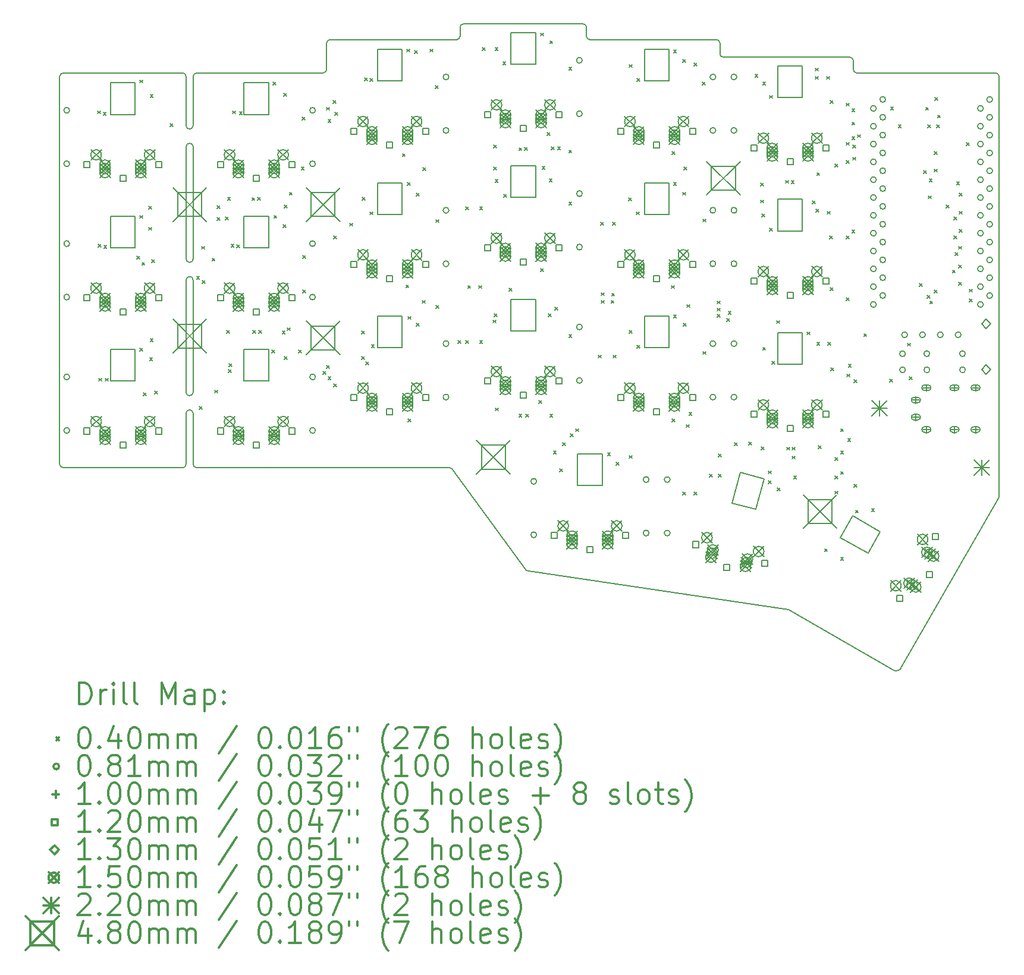
<source format=gbr>
%FSLAX45Y45*%
G04 Gerber Fmt 4.5, Leading zero omitted, Abs format (unit mm)*
G04 Created by KiCad (PCBNEW 5.1.5+dfsg1-2~bpo10+1) date 2020-09-05 13:32:18*
%MOMM*%
%LPD*%
G04 APERTURE LIST*
%TA.AperFunction,Profile*%
%ADD10C,0.150000*%
%TD*%
%ADD11C,0.200000*%
%ADD12C,0.300000*%
G04 APERTURE END LIST*
D10*
X17400000Y-6625000D02*
X17400000Y-6750000D01*
X17400000Y-6625000D02*
G75*
G03X17350000Y-6575000I-50000J0D01*
G01*
X17400000Y-6750000D02*
G75*
G03X17450000Y-6800000I50000J0D01*
G01*
X19425000Y-6800000D02*
X17450000Y-6800000D01*
X17957000Y-15303000D02*
G75*
G03X18080000Y-15280000I50000J73000D01*
G01*
X12739645Y-13885355D02*
G75*
G03X12775000Y-13900000I35355J35355D01*
G01*
X11685355Y-12439645D02*
G75*
G03X11650000Y-12425000I-35355J-35355D01*
G01*
X11685000Y-12440000D02*
X12740000Y-13885000D01*
X6100000Y-12375000D02*
G75*
G03X6150000Y-12425000I50000J0D01*
G01*
X6150000Y-6800000D02*
G75*
G03X6100000Y-6850000I0J-50000D01*
G01*
X7850000Y-12425000D02*
G75*
G03X7900000Y-12375000I0J50000D01*
G01*
X8000000Y-12375000D02*
G75*
G03X8050000Y-12425000I50000J0D01*
G01*
X7950000Y-11600000D02*
G75*
G03X7900000Y-11650000I0J-50000D01*
G01*
X8000000Y-11650000D02*
G75*
G03X7950000Y-11600000I-50000J0D01*
G01*
X7950000Y-11400000D02*
G75*
G03X8000000Y-11350000I0J50000D01*
G01*
X7900000Y-11350000D02*
G75*
G03X7950000Y-11400000I50000J0D01*
G01*
X7950000Y-9700000D02*
G75*
G03X7900000Y-9750000I0J-50000D01*
G01*
X8000000Y-9750000D02*
G75*
G03X7950000Y-9700000I-50000J0D01*
G01*
X7900000Y-9450000D02*
G75*
G03X7950000Y-9500000I50000J0D01*
G01*
X7950000Y-9500000D02*
G75*
G03X8000000Y-9450000I0J50000D01*
G01*
X7900000Y-6850000D02*
G75*
G03X7850000Y-6800000I-50000J0D01*
G01*
X8050000Y-6800000D02*
G75*
G03X8000000Y-6850000I0J-50000D01*
G01*
X8000000Y-7850000D02*
G75*
G03X7950000Y-7800000I-50000J0D01*
G01*
X7950000Y-7800000D02*
G75*
G03X7900000Y-7850000I0J-50000D01*
G01*
X7950000Y-7600000D02*
G75*
G03X8000000Y-7550000I0J50000D01*
G01*
X7900000Y-7550000D02*
G75*
G03X7950000Y-7600000I50000J0D01*
G01*
X9850000Y-6800000D02*
G75*
G03X9900000Y-6750000I0J50000D01*
G01*
X9950000Y-6325000D02*
G75*
G03X9900000Y-6375000I0J-50000D01*
G01*
X11750000Y-6325000D02*
G75*
G03X11800000Y-6275000I0J50000D01*
G01*
X11850000Y-6100000D02*
G75*
G03X11800000Y-6150000I0J-50000D01*
G01*
X13600000Y-6150000D02*
G75*
G03X13550000Y-6100000I-50000J0D01*
G01*
X13600000Y-6275000D02*
G75*
G03X13650000Y-6325000I50000J0D01*
G01*
X15500000Y-6375000D02*
G75*
G03X15450000Y-6325000I-50000J0D01*
G01*
X15500000Y-6525000D02*
G75*
G03X15550000Y-6575000I50000J0D01*
G01*
X19475000Y-6850000D02*
G75*
G03X19425000Y-6800000I-50000J0D01*
G01*
X18080000Y-15280000D02*
X19475000Y-12850000D01*
X16475000Y-14450000D02*
X17957000Y-15303000D01*
X12775000Y-13900000D02*
X16475000Y-14450000D01*
X13825000Y-12230000D02*
X13475000Y-12230000D01*
X19475000Y-6850000D02*
X19475000Y-12850000D01*
X7900000Y-12375000D02*
X7900000Y-11650000D01*
X11650000Y-12425000D02*
X8050000Y-12425000D01*
X8000000Y-11650000D02*
X8000000Y-12375000D01*
X7900000Y-11350000D02*
X7900000Y-9750000D01*
X8000000Y-9750000D02*
X8000000Y-11350000D01*
X8000000Y-9450000D02*
X8000000Y-7850000D01*
X7900000Y-7850000D02*
X7900000Y-9450000D01*
X7850000Y-6800000D02*
X6150000Y-6800000D01*
X8000000Y-7550000D02*
X8000000Y-6850000D01*
X7900000Y-6850000D02*
X7900000Y-7550000D01*
X17390000Y-13110000D02*
X17210000Y-13420000D01*
X17780000Y-13340000D02*
X17390000Y-13110000D01*
X17610000Y-13640000D02*
X17780000Y-13340000D01*
X17210000Y-13420000D02*
X17610000Y-13640000D01*
X16130000Y-12580000D02*
X15790000Y-12490000D01*
X16010000Y-13020000D02*
X16130000Y-12580000D01*
X15670000Y-12930000D02*
X16010000Y-13020000D01*
X15790000Y-12490000D02*
X15670000Y-12930000D01*
X13825000Y-12675000D02*
X13825000Y-12230000D01*
X13475000Y-12675000D02*
X13825000Y-12675000D01*
X13475000Y-12235000D02*
X13475000Y-12675000D01*
X16675000Y-10500000D02*
X16325000Y-10500000D01*
X16675000Y-10950000D02*
X16675000Y-10500000D01*
X16325000Y-10950000D02*
X16675000Y-10950000D01*
X16325000Y-10500000D02*
X16325000Y-10950000D01*
X14775000Y-10265000D02*
X14425000Y-10265000D01*
X14775000Y-10715000D02*
X14775000Y-10265000D01*
X14425000Y-10715000D02*
X14775000Y-10715000D01*
X14425000Y-10265000D02*
X14425000Y-10710000D01*
X12875000Y-10025000D02*
X12525000Y-10025000D01*
X12875000Y-10475000D02*
X12875000Y-10030000D01*
X12525000Y-10475000D02*
X12875000Y-10475000D01*
X12525000Y-10030000D02*
X12525000Y-10475000D01*
X10975000Y-10265000D02*
X10625000Y-10265000D01*
X10975000Y-10715000D02*
X10975000Y-10265000D01*
X10625000Y-10715000D02*
X10975000Y-10715000D01*
X10625000Y-10265000D02*
X10625000Y-10710000D01*
X16675000Y-8600000D02*
X16325000Y-8600000D01*
X16675000Y-9050000D02*
X16675000Y-8600000D01*
X16325000Y-9050000D02*
X16675000Y-9050000D01*
X16325000Y-8600000D02*
X16325000Y-9050000D01*
X14775000Y-8365000D02*
X14425000Y-8365000D01*
X14775000Y-8815000D02*
X14775000Y-8365000D01*
X14425000Y-8815000D02*
X14775000Y-8815000D01*
X14425000Y-8365000D02*
X14425000Y-8810000D01*
X12875000Y-8125000D02*
X12525000Y-8125000D01*
X12875000Y-8575000D02*
X12875000Y-8130000D01*
X12525000Y-8575000D02*
X12875000Y-8575000D01*
X12525000Y-8130000D02*
X12525000Y-8575000D01*
X10975000Y-8365000D02*
X10625000Y-8365000D01*
X10975000Y-8815000D02*
X10975000Y-8365000D01*
X10625000Y-8815000D02*
X10975000Y-8815000D01*
X10625000Y-8365000D02*
X10625000Y-8810000D01*
X16675000Y-6700000D02*
X16325000Y-6700000D01*
X16675000Y-7150000D02*
X16675000Y-6700000D01*
X16325000Y-7150000D02*
X16675000Y-7150000D01*
X16325000Y-6700000D02*
X16325000Y-7150000D01*
X14775000Y-6465000D02*
X14425000Y-6465000D01*
X14775000Y-6915000D02*
X14775000Y-6465000D01*
X14425000Y-6915000D02*
X14775000Y-6915000D01*
X14425000Y-6465000D02*
X14425000Y-6910000D01*
X12875000Y-6225000D02*
X12525000Y-6225000D01*
X12875000Y-6675000D02*
X12875000Y-6225000D01*
X12525000Y-6675000D02*
X12875000Y-6675000D01*
X12525000Y-6225000D02*
X12525000Y-6670000D01*
X10975000Y-6465000D02*
X10625000Y-6465000D01*
X10975000Y-6915000D02*
X10975000Y-6465000D01*
X10625000Y-6915000D02*
X10975000Y-6915000D01*
X10625000Y-6465000D02*
X10625000Y-6910000D01*
X9075000Y-10740000D02*
X8725000Y-10740000D01*
X9075000Y-11190000D02*
X9075000Y-10740000D01*
X8725000Y-11190000D02*
X9075000Y-11190000D01*
X8725000Y-10740000D02*
X8725000Y-11190000D01*
X7175000Y-10740000D02*
X6825000Y-10740000D01*
X7175000Y-11190000D02*
X7175000Y-10740000D01*
X6825000Y-11190000D02*
X7175000Y-11190000D01*
X6825000Y-10740000D02*
X6825000Y-11190000D01*
X9075000Y-8840000D02*
X8725000Y-8840000D01*
X9075000Y-9290000D02*
X9075000Y-8840000D01*
X8725000Y-9290000D02*
X9075000Y-9290000D01*
X8725000Y-8840000D02*
X8725000Y-9290000D01*
X7175000Y-8840000D02*
X6825000Y-8840000D01*
X7175000Y-9290000D02*
X7175000Y-8840000D01*
X6825000Y-9290000D02*
X7175000Y-9290000D01*
X6825000Y-8840000D02*
X6825000Y-9290000D01*
X9075000Y-6940000D02*
X8725000Y-6940000D01*
X9075000Y-7390000D02*
X9075000Y-6940000D01*
X8725000Y-7390000D02*
X9075000Y-7390000D01*
X8725000Y-6940000D02*
X8725000Y-7390000D01*
X7175000Y-6940000D02*
X6825000Y-6940000D01*
X7175000Y-7390000D02*
X7175000Y-6940000D01*
X6825000Y-7390000D02*
X7175000Y-7390000D01*
X6825000Y-6940000D02*
X6825000Y-7390000D01*
X6150000Y-12425000D02*
X7850000Y-12425000D01*
X6100000Y-6850000D02*
X6100000Y-12375000D01*
X9850000Y-6800000D02*
X8050000Y-6800000D01*
X9900000Y-6375000D02*
X9900000Y-6750000D01*
X11750000Y-6325000D02*
X9950000Y-6325000D01*
X11800000Y-6150000D02*
X11800000Y-6275000D01*
X13550000Y-6100000D02*
X11850000Y-6100000D01*
X13600000Y-6275000D02*
X13600000Y-6150000D01*
X15450000Y-6325000D02*
X13650000Y-6325000D01*
X15500000Y-6525000D02*
X15500000Y-6375000D01*
X17350000Y-6575000D02*
X15550000Y-6575000D01*
D11*
X6640000Y-7340000D02*
X6680000Y-7380000D01*
X6680000Y-7340000D02*
X6640000Y-7380000D01*
X6650000Y-9240000D02*
X6690000Y-9280000D01*
X6690000Y-9240000D02*
X6650000Y-9280000D01*
X6660000Y-11150000D02*
X6700000Y-11190000D01*
X6700000Y-11150000D02*
X6660000Y-11190000D01*
X6720000Y-7360000D02*
X6760000Y-7400000D01*
X6760000Y-7360000D02*
X6720000Y-7400000D01*
X6730000Y-9260000D02*
X6770000Y-9300000D01*
X6770000Y-9260000D02*
X6730000Y-9300000D01*
X6750000Y-11150000D02*
X6790000Y-11190000D01*
X6790000Y-11150000D02*
X6750000Y-11190000D01*
X7200000Y-9410000D02*
X7240000Y-9450000D01*
X7240000Y-9410000D02*
X7200000Y-9450000D01*
X7240000Y-6900000D02*
X7280000Y-6940000D01*
X7280000Y-6900000D02*
X7240000Y-6940000D01*
X7240000Y-8830000D02*
X7280000Y-8870000D01*
X7280000Y-8830000D02*
X7240000Y-8870000D01*
X7240000Y-10720000D02*
X7280000Y-10760000D01*
X7280000Y-10720000D02*
X7240000Y-10760000D01*
X7270000Y-9500000D02*
X7310000Y-9540000D01*
X7310000Y-9500000D02*
X7270000Y-9540000D01*
X7290000Y-11360000D02*
X7330000Y-11400000D01*
X7330000Y-11360000D02*
X7290000Y-11400000D01*
X7370000Y-8700000D02*
X7410000Y-8740000D01*
X7410000Y-8700000D02*
X7370000Y-8740000D01*
X7370000Y-9000000D02*
X7410000Y-9040000D01*
X7410000Y-9000000D02*
X7370000Y-9040000D01*
X7380000Y-10860000D02*
X7420000Y-10900000D01*
X7420000Y-10860000D02*
X7380000Y-10900000D01*
X7390000Y-7110000D02*
X7430000Y-7150000D01*
X7430000Y-7110000D02*
X7390000Y-7150000D01*
X7390000Y-10590000D02*
X7430000Y-10630000D01*
X7430000Y-10590000D02*
X7390000Y-10630000D01*
X7410000Y-9460000D02*
X7450000Y-9500000D01*
X7450000Y-9460000D02*
X7410000Y-9500000D01*
X7450000Y-11330000D02*
X7490000Y-11370000D01*
X7490000Y-11330000D02*
X7450000Y-11370000D01*
X7670000Y-7520000D02*
X7710000Y-7560000D01*
X7710000Y-7520000D02*
X7670000Y-7560000D01*
X8050000Y-9700000D02*
X8090000Y-9740000D01*
X8090000Y-9700000D02*
X8050000Y-9740000D01*
X8090000Y-11550000D02*
X8130000Y-11590000D01*
X8130000Y-11550000D02*
X8090000Y-11590000D01*
X8120000Y-9270000D02*
X8160000Y-9310000D01*
X8160000Y-9270000D02*
X8120000Y-9310000D01*
X8130000Y-9760000D02*
X8170000Y-9800000D01*
X8170000Y-9760000D02*
X8130000Y-9800000D01*
X8270000Y-9440000D02*
X8310000Y-9480000D01*
X8310000Y-9440000D02*
X8270000Y-9480000D01*
X8310000Y-11320000D02*
X8350000Y-11360000D01*
X8350000Y-11320000D02*
X8310000Y-11360000D01*
X8340000Y-8690000D02*
X8380000Y-8730000D01*
X8380000Y-8690000D02*
X8340000Y-8730000D01*
X8340000Y-8860000D02*
X8380000Y-8900000D01*
X8380000Y-8860000D02*
X8340000Y-8900000D01*
X8460000Y-8850000D02*
X8500000Y-8890000D01*
X8500000Y-8850000D02*
X8460000Y-8890000D01*
X8480000Y-10470000D02*
X8520000Y-10510000D01*
X8520000Y-10470000D02*
X8480000Y-10510000D01*
X8490000Y-8570000D02*
X8530000Y-8610000D01*
X8530000Y-8570000D02*
X8490000Y-8610000D01*
X8500000Y-11030000D02*
X8540000Y-11070000D01*
X8540000Y-11030000D02*
X8500000Y-11070000D01*
X8510000Y-10940000D02*
X8550000Y-10980000D01*
X8550000Y-10940000D02*
X8510000Y-10980000D01*
X8540000Y-9240000D02*
X8580000Y-9280000D01*
X8580000Y-9240000D02*
X8540000Y-9280000D01*
X8560000Y-7340000D02*
X8600000Y-7380000D01*
X8600000Y-7340000D02*
X8560000Y-7380000D01*
X8620000Y-9250000D02*
X8660000Y-9290000D01*
X8660000Y-9250000D02*
X8620000Y-9290000D01*
X8660000Y-7350000D02*
X8700000Y-7390000D01*
X8700000Y-7350000D02*
X8660000Y-7390000D01*
X8837500Y-8577500D02*
X8877500Y-8617500D01*
X8877500Y-8577500D02*
X8837500Y-8617500D01*
X8850000Y-10470000D02*
X8890000Y-10510000D01*
X8890000Y-10470000D02*
X8850000Y-10510000D01*
X8917500Y-8572500D02*
X8957500Y-8612500D01*
X8957500Y-8572500D02*
X8917500Y-8612500D01*
X8935000Y-10470000D02*
X8975000Y-10510000D01*
X8975000Y-10470000D02*
X8935000Y-10510000D01*
X9120000Y-10750000D02*
X9160000Y-10790000D01*
X9160000Y-10750000D02*
X9120000Y-10790000D01*
X9140000Y-6930000D02*
X9180000Y-6970000D01*
X9180000Y-6930000D02*
X9140000Y-6970000D01*
X9150000Y-8830000D02*
X9190000Y-8870000D01*
X9190000Y-8830000D02*
X9150000Y-8870000D01*
X9270000Y-10480000D02*
X9310000Y-10520000D01*
X9310000Y-10480000D02*
X9270000Y-10520000D01*
X9280000Y-8960000D02*
X9320000Y-9000000D01*
X9320000Y-8960000D02*
X9280000Y-9000000D01*
X9290000Y-7090000D02*
X9330000Y-7130000D01*
X9330000Y-7090000D02*
X9290000Y-7130000D01*
X9300000Y-8680000D02*
X9340000Y-8720000D01*
X9340000Y-8680000D02*
X9300000Y-8720000D01*
X9300000Y-10840000D02*
X9340000Y-10880000D01*
X9340000Y-10840000D02*
X9300000Y-10880000D01*
X9340000Y-10430000D02*
X9380000Y-10470000D01*
X9380000Y-10430000D02*
X9340000Y-10470000D01*
X9370000Y-8500000D02*
X9410000Y-8540000D01*
X9410000Y-8500000D02*
X9370000Y-8540000D01*
X9500000Y-10750000D02*
X9540000Y-10790000D01*
X9540000Y-10750000D02*
X9500000Y-10790000D01*
X9540000Y-8140000D02*
X9580000Y-8180000D01*
X9580000Y-8140000D02*
X9540000Y-8180000D01*
X9550000Y-7430000D02*
X9590000Y-7470000D01*
X9590000Y-7430000D02*
X9550000Y-7470000D01*
X9560000Y-9400000D02*
X9600000Y-9440000D01*
X9600000Y-9400000D02*
X9560000Y-9440000D01*
X9560000Y-9890000D02*
X9600000Y-9930000D01*
X9600000Y-9890000D02*
X9560000Y-9930000D01*
X9850000Y-11050000D02*
X9890000Y-11090000D01*
X9890000Y-11050000D02*
X9850000Y-11090000D01*
X9900000Y-7290000D02*
X9940000Y-7330000D01*
X9940000Y-7290000D02*
X9900000Y-7330000D01*
X9900000Y-10970000D02*
X9940000Y-11010000D01*
X9940000Y-10970000D02*
X9900000Y-11010000D01*
X9920000Y-7460000D02*
X9960000Y-7500000D01*
X9960000Y-7460000D02*
X9920000Y-7500000D01*
X9920000Y-11130000D02*
X9960000Y-11170000D01*
X9960000Y-11130000D02*
X9920000Y-11170000D01*
X9990000Y-7190000D02*
X10030000Y-7230000D01*
X10030000Y-7190000D02*
X9990000Y-7230000D01*
X10000000Y-9120000D02*
X10040000Y-9160000D01*
X10040000Y-9120000D02*
X10000000Y-9160000D01*
X10000000Y-11230000D02*
X10040000Y-11270000D01*
X10040000Y-11230000D02*
X10000000Y-11270000D01*
X10020000Y-7360000D02*
X10060000Y-7400000D01*
X10060000Y-7360000D02*
X10020000Y-7400000D01*
X10230000Y-8940000D02*
X10270000Y-8980000D01*
X10270000Y-8940000D02*
X10230000Y-8980000D01*
X10400000Y-10480000D02*
X10440000Y-10520000D01*
X10440000Y-10480000D02*
X10400000Y-10520000D01*
X10400000Y-10840000D02*
X10440000Y-10880000D01*
X10440000Y-10840000D02*
X10400000Y-10880000D01*
X10410000Y-8570000D02*
X10450000Y-8610000D01*
X10450000Y-8570000D02*
X10410000Y-8610000D01*
X10440000Y-6870000D02*
X10480000Y-6910000D01*
X10480000Y-6870000D02*
X10440000Y-6910000D01*
X10460000Y-10920000D02*
X10500000Y-10960000D01*
X10500000Y-10920000D02*
X10460000Y-10960000D01*
X10520000Y-6880000D02*
X10560000Y-6920000D01*
X10560000Y-6880000D02*
X10520000Y-6920000D01*
X10520000Y-8780000D02*
X10560000Y-8820000D01*
X10560000Y-8780000D02*
X10520000Y-8820000D01*
X10540000Y-10670000D02*
X10580000Y-10710000D01*
X10580000Y-10670000D02*
X10540000Y-10710000D01*
X10980000Y-7950000D02*
X11020000Y-7990000D01*
X11020000Y-7950000D02*
X10980000Y-7990000D01*
X11030000Y-9820000D02*
X11070000Y-9860000D01*
X11070000Y-9820000D02*
X11030000Y-9860000D01*
X11040000Y-6460000D02*
X11080000Y-6500000D01*
X11080000Y-6460000D02*
X11040000Y-6500000D01*
X11050000Y-8360000D02*
X11090000Y-8400000D01*
X11090000Y-8360000D02*
X11050000Y-8400000D01*
X11060000Y-10270000D02*
X11100000Y-10310000D01*
X11100000Y-10270000D02*
X11060000Y-10310000D01*
X11060000Y-11730000D02*
X11100000Y-11770000D01*
X11100000Y-11730000D02*
X11060000Y-11770000D01*
X11150000Y-6480000D02*
X11190000Y-6520000D01*
X11190000Y-6480000D02*
X11150000Y-6520000D01*
X11180000Y-8510000D02*
X11220000Y-8550000D01*
X11220000Y-8510000D02*
X11180000Y-8550000D01*
X11180000Y-10370000D02*
X11220000Y-10410000D01*
X11220000Y-10370000D02*
X11180000Y-10410000D01*
X11260000Y-10040000D02*
X11300000Y-10080000D01*
X11300000Y-10040000D02*
X11260000Y-10080000D01*
X11270000Y-8150000D02*
X11310000Y-8190000D01*
X11310000Y-8150000D02*
X11270000Y-8190000D01*
X11370000Y-6460000D02*
X11410000Y-6500000D01*
X11410000Y-6460000D02*
X11370000Y-6500000D01*
X11450000Y-6980000D02*
X11490000Y-7020000D01*
X11490000Y-6980000D02*
X11450000Y-7020000D01*
X11460000Y-8890000D02*
X11500000Y-8930000D01*
X11500000Y-8890000D02*
X11460000Y-8930000D01*
X11460000Y-10110000D02*
X11500000Y-10150000D01*
X11500000Y-10110000D02*
X11460000Y-10150000D01*
X11770000Y-10610000D02*
X11810000Y-10650000D01*
X11810000Y-10610000D02*
X11770000Y-10650000D01*
X11880000Y-8710000D02*
X11920000Y-8750000D01*
X11920000Y-8710000D02*
X11880000Y-8750000D01*
X11880000Y-10610000D02*
X11920000Y-10650000D01*
X11920000Y-10610000D02*
X11880000Y-10650000D01*
X11910000Y-9830000D02*
X11950000Y-9870000D01*
X11950000Y-9830000D02*
X11910000Y-9870000D01*
X12070000Y-9830000D02*
X12110000Y-9870000D01*
X12110000Y-9830000D02*
X12070000Y-9870000D01*
X12080000Y-8710000D02*
X12120000Y-8750000D01*
X12120000Y-8710000D02*
X12080000Y-8750000D01*
X12080000Y-10610000D02*
X12120000Y-10650000D01*
X12120000Y-10610000D02*
X12080000Y-10650000D01*
X12120000Y-6440000D02*
X12160000Y-6480000D01*
X12160000Y-6440000D02*
X12120000Y-6480000D01*
X12270000Y-10320000D02*
X12310000Y-10360000D01*
X12310000Y-10320000D02*
X12270000Y-10360000D01*
X12280000Y-7830000D02*
X12320000Y-7870000D01*
X12320000Y-7830000D02*
X12280000Y-7870000D01*
X12280000Y-8140000D02*
X12320000Y-8180000D01*
X12320000Y-8140000D02*
X12280000Y-8180000D01*
X12290000Y-10230000D02*
X12330000Y-10270000D01*
X12330000Y-10230000D02*
X12290000Y-10270000D01*
X12300000Y-6440000D02*
X12340000Y-6480000D01*
X12340000Y-6440000D02*
X12300000Y-6480000D01*
X12300000Y-8320000D02*
X12340000Y-8360000D01*
X12340000Y-8320000D02*
X12300000Y-8360000D01*
X12302500Y-11572500D02*
X12342500Y-11612500D01*
X12342500Y-11572500D02*
X12302500Y-11612500D01*
X12410000Y-6640000D02*
X12450000Y-6680000D01*
X12450000Y-6640000D02*
X12410000Y-6680000D01*
X12420000Y-8530000D02*
X12460000Y-8570000D01*
X12460000Y-8530000D02*
X12420000Y-8570000D01*
X12500000Y-9870000D02*
X12540000Y-9910000D01*
X12540000Y-9870000D02*
X12500000Y-9910000D01*
X12637500Y-7865000D02*
X12677500Y-7905000D01*
X12677500Y-7865000D02*
X12637500Y-7905000D01*
X12637500Y-11662500D02*
X12677500Y-11702500D01*
X12677500Y-11662500D02*
X12637500Y-11702500D01*
X12717500Y-7862500D02*
X12757500Y-7902500D01*
X12757500Y-7862500D02*
X12717500Y-7902500D01*
X12737500Y-11662500D02*
X12777500Y-11702500D01*
X12777500Y-11662500D02*
X12737500Y-11702500D01*
X12920000Y-11470000D02*
X12960000Y-11510000D01*
X12960000Y-11470000D02*
X12920000Y-11510000D01*
X12950000Y-6230000D02*
X12990000Y-6270000D01*
X12990000Y-6230000D02*
X12950000Y-6270000D01*
X12950000Y-9590000D02*
X12990000Y-9630000D01*
X12990000Y-9590000D02*
X12950000Y-9630000D01*
X12970000Y-8130000D02*
X13010000Y-8170000D01*
X13010000Y-8130000D02*
X12970000Y-8170000D01*
X13040000Y-7650000D02*
X13080000Y-7690000D01*
X13080000Y-7650000D02*
X13040000Y-7690000D01*
X13060000Y-10230000D02*
X13100000Y-10270000D01*
X13100000Y-10230000D02*
X13060000Y-10270000D01*
X13070000Y-8310000D02*
X13110000Y-8350000D01*
X13110000Y-8310000D02*
X13070000Y-8350000D01*
X13080000Y-6340000D02*
X13120000Y-6380000D01*
X13120000Y-6340000D02*
X13080000Y-6380000D01*
X13080000Y-11660000D02*
X13120000Y-11700000D01*
X13120000Y-11660000D02*
X13080000Y-11700000D01*
X13100000Y-7850000D02*
X13140000Y-7890000D01*
X13140000Y-7850000D02*
X13100000Y-7890000D01*
X13130000Y-12190000D02*
X13170000Y-12230000D01*
X13170000Y-12190000D02*
X13130000Y-12230000D01*
X13150000Y-10140000D02*
X13190000Y-10180000D01*
X13190000Y-10140000D02*
X13150000Y-10180000D01*
X13190000Y-7850000D02*
X13230000Y-7890000D01*
X13230000Y-7850000D02*
X13190000Y-7890000D01*
X13220000Y-12440000D02*
X13260000Y-12480000D01*
X13260000Y-12440000D02*
X13220000Y-12480000D01*
X13260000Y-12070000D02*
X13300000Y-12110000D01*
X13300000Y-12070000D02*
X13260000Y-12110000D01*
X13350000Y-6720000D02*
X13390000Y-6760000D01*
X13390000Y-6720000D02*
X13350000Y-6760000D01*
X13350000Y-7900000D02*
X13390000Y-7940000D01*
X13390000Y-7900000D02*
X13350000Y-7940000D01*
X13350000Y-8640000D02*
X13390000Y-8680000D01*
X13390000Y-8640000D02*
X13350000Y-8680000D01*
X13350000Y-10530000D02*
X13390000Y-10570000D01*
X13390000Y-10530000D02*
X13350000Y-10570000D01*
X13370000Y-11940000D02*
X13410000Y-11980000D01*
X13410000Y-11940000D02*
X13370000Y-11980000D01*
X13450000Y-11870000D02*
X13490000Y-11910000D01*
X13490000Y-11870000D02*
X13450000Y-11910000D01*
X13770000Y-10820000D02*
X13810000Y-10860000D01*
X13810000Y-10820000D02*
X13770000Y-10860000D01*
X13800000Y-8930000D02*
X13840000Y-8970000D01*
X13840000Y-8930000D02*
X13800000Y-8970000D01*
X13810000Y-9930000D02*
X13850000Y-9970000D01*
X13850000Y-9930000D02*
X13810000Y-9970000D01*
X13810000Y-10040000D02*
X13850000Y-10080000D01*
X13850000Y-10040000D02*
X13810000Y-10080000D01*
X13900000Y-12210000D02*
X13940000Y-12250000D01*
X13940000Y-12210000D02*
X13900000Y-12250000D01*
X13950000Y-10040000D02*
X13990000Y-10080000D01*
X13990000Y-10040000D02*
X13950000Y-10080000D01*
X13960000Y-9940000D02*
X14000000Y-9980000D01*
X14000000Y-9940000D02*
X13960000Y-9980000D01*
X13970000Y-8930000D02*
X14010000Y-8970000D01*
X14010000Y-8930000D02*
X13970000Y-8970000D01*
X13980000Y-10820000D02*
X14020000Y-10860000D01*
X14020000Y-10820000D02*
X13980000Y-10860000D01*
X14020000Y-12350000D02*
X14060000Y-12390000D01*
X14060000Y-12350000D02*
X14020000Y-12390000D01*
X14200000Y-8580000D02*
X14240000Y-8620000D01*
X14240000Y-8580000D02*
X14200000Y-8620000D01*
X14210000Y-6680000D02*
X14250000Y-6720000D01*
X14250000Y-6680000D02*
X14210000Y-6720000D01*
X14210000Y-10470000D02*
X14250000Y-10510000D01*
X14250000Y-10470000D02*
X14210000Y-10510000D01*
X14210000Y-12250000D02*
X14250000Y-12290000D01*
X14250000Y-12250000D02*
X14210000Y-12290000D01*
X14310000Y-8780000D02*
X14350000Y-8820000D01*
X14350000Y-8780000D02*
X14310000Y-8820000D01*
X14320000Y-6880000D02*
X14360000Y-6920000D01*
X14360000Y-6880000D02*
X14320000Y-6920000D01*
X14320000Y-10680000D02*
X14360000Y-10720000D01*
X14360000Y-10680000D02*
X14320000Y-10720000D01*
X14810000Y-9830000D02*
X14850000Y-9870000D01*
X14850000Y-9830000D02*
X14810000Y-9870000D01*
X14820000Y-7920000D02*
X14860000Y-7960000D01*
X14860000Y-7920000D02*
X14820000Y-7960000D01*
X14820000Y-11730000D02*
X14860000Y-11770000D01*
X14860000Y-11730000D02*
X14820000Y-11770000D01*
X14840000Y-6470000D02*
X14880000Y-6510000D01*
X14880000Y-6470000D02*
X14840000Y-6510000D01*
X14840000Y-8360000D02*
X14880000Y-8400000D01*
X14880000Y-8360000D02*
X14840000Y-8400000D01*
X14840000Y-10250000D02*
X14880000Y-10290000D01*
X14880000Y-10250000D02*
X14840000Y-10290000D01*
X14970000Y-6610000D02*
X15010000Y-6650000D01*
X15010000Y-6610000D02*
X14970000Y-6650000D01*
X14970000Y-8500000D02*
X15010000Y-8540000D01*
X15010000Y-8500000D02*
X14970000Y-8540000D01*
X14970000Y-12770000D02*
X15010000Y-12810000D01*
X15010000Y-12770000D02*
X14970000Y-12810000D01*
X14980000Y-10370000D02*
X15020000Y-10410000D01*
X15020000Y-10370000D02*
X14980000Y-10410000D01*
X14990000Y-8140000D02*
X15030000Y-8180000D01*
X15030000Y-8140000D02*
X14990000Y-8180000D01*
X15020000Y-11810000D02*
X15060000Y-11850000D01*
X15060000Y-11810000D02*
X15020000Y-11850000D01*
X15030000Y-10100000D02*
X15070000Y-10140000D01*
X15070000Y-10100000D02*
X15030000Y-10140000D01*
X15060000Y-11640000D02*
X15100000Y-11680000D01*
X15100000Y-11640000D02*
X15060000Y-11680000D01*
X15130000Y-6660000D02*
X15170000Y-6700000D01*
X15170000Y-6660000D02*
X15130000Y-6700000D01*
X15130000Y-12770000D02*
X15170000Y-12810000D01*
X15170000Y-12770000D02*
X15130000Y-12810000D01*
X15250000Y-6930000D02*
X15290000Y-6970000D01*
X15290000Y-6930000D02*
X15250000Y-6970000D01*
X15260000Y-8880000D02*
X15300000Y-8920000D01*
X15300000Y-8880000D02*
X15260000Y-8920000D01*
X15260000Y-10770000D02*
X15300000Y-10810000D01*
X15300000Y-10770000D02*
X15260000Y-10810000D01*
X15350000Y-12520000D02*
X15390000Y-12560000D01*
X15390000Y-12520000D02*
X15350000Y-12560000D01*
X15460000Y-10050000D02*
X15500000Y-10090000D01*
X15500000Y-10050000D02*
X15460000Y-10090000D01*
X15460000Y-10150000D02*
X15500000Y-10190000D01*
X15500000Y-10150000D02*
X15460000Y-10190000D01*
X15460000Y-10240000D02*
X15500000Y-10280000D01*
X15500000Y-10240000D02*
X15460000Y-10280000D01*
X15480000Y-12230000D02*
X15520000Y-12270000D01*
X15520000Y-12230000D02*
X15480000Y-12270000D01*
X15480000Y-12520000D02*
X15520000Y-12560000D01*
X15520000Y-12520000D02*
X15480000Y-12560000D01*
X15600000Y-10300000D02*
X15640000Y-10340000D01*
X15640000Y-10300000D02*
X15600000Y-10340000D01*
X15620000Y-10200000D02*
X15660000Y-10240000D01*
X15660000Y-10200000D02*
X15620000Y-10240000D01*
X15710000Y-12070000D02*
X15750000Y-12110000D01*
X15750000Y-12070000D02*
X15710000Y-12110000D01*
X15910000Y-12060000D02*
X15950000Y-12100000D01*
X15950000Y-12060000D02*
X15910000Y-12100000D01*
X16000000Y-6820000D02*
X16040000Y-6860000D01*
X16040000Y-6820000D02*
X16000000Y-6860000D01*
X16080000Y-8370000D02*
X16120000Y-8410000D01*
X16120000Y-8370000D02*
X16080000Y-8410000D01*
X16080000Y-8610000D02*
X16120000Y-8650000D01*
X16120000Y-8610000D02*
X16080000Y-8650000D01*
X16090000Y-12130000D02*
X16130000Y-12170000D01*
X16130000Y-12130000D02*
X16090000Y-12170000D01*
X16100000Y-8810000D02*
X16140000Y-8850000D01*
X16140000Y-8810000D02*
X16100000Y-8850000D01*
X16110000Y-6930000D02*
X16150000Y-6970000D01*
X16150000Y-6930000D02*
X16110000Y-6970000D01*
X16110000Y-10710000D02*
X16150000Y-10750000D01*
X16150000Y-10710000D02*
X16110000Y-10750000D01*
X16190000Y-12470000D02*
X16230000Y-12510000D01*
X16230000Y-12470000D02*
X16190000Y-12510000D01*
X16190000Y-12610000D02*
X16230000Y-12650000D01*
X16230000Y-12610000D02*
X16190000Y-12650000D01*
X16210000Y-7120000D02*
X16250000Y-7160000D01*
X16250000Y-7120000D02*
X16210000Y-7160000D01*
X16210000Y-9010000D02*
X16250000Y-9050000D01*
X16250000Y-9010000D02*
X16210000Y-9050000D01*
X16240000Y-10910000D02*
X16280000Y-10950000D01*
X16280000Y-10910000D02*
X16240000Y-10950000D01*
X16310000Y-10330000D02*
X16350000Y-10370000D01*
X16350000Y-10330000D02*
X16310000Y-10370000D01*
X16320000Y-12710000D02*
X16360000Y-12750000D01*
X16360000Y-12710000D02*
X16320000Y-12750000D01*
X16437500Y-8330000D02*
X16477500Y-8370000D01*
X16477500Y-8330000D02*
X16437500Y-8370000D01*
X16450000Y-12132500D02*
X16490000Y-12172500D01*
X16490000Y-12132500D02*
X16450000Y-12172500D01*
X16517500Y-8332500D02*
X16557500Y-8372500D01*
X16557500Y-8332500D02*
X16517500Y-8372500D01*
X16530000Y-12132500D02*
X16570000Y-12172500D01*
X16570000Y-12132500D02*
X16530000Y-12172500D01*
X16530000Y-12260000D02*
X16570000Y-12300000D01*
X16570000Y-12260000D02*
X16530000Y-12300000D01*
X16550000Y-12540000D02*
X16590000Y-12580000D01*
X16590000Y-12540000D02*
X16550000Y-12580000D01*
X16740000Y-10490000D02*
X16780000Y-10530000D01*
X16780000Y-10490000D02*
X16740000Y-10530000D01*
X16820000Y-8620000D02*
X16860000Y-8660000D01*
X16860000Y-8620000D02*
X16820000Y-8660000D01*
X16860000Y-6730000D02*
X16900000Y-6770000D01*
X16900000Y-6730000D02*
X16860000Y-6770000D01*
X16860000Y-6850000D02*
X16900000Y-6890000D01*
X16900000Y-6850000D02*
X16860000Y-6890000D01*
X16870000Y-8740000D02*
X16910000Y-8780000D01*
X16910000Y-8740000D02*
X16870000Y-8780000D01*
X16880000Y-8220000D02*
X16920000Y-8260000D01*
X16920000Y-8220000D02*
X16880000Y-8260000D01*
X16880000Y-10640000D02*
X16920000Y-10680000D01*
X16920000Y-10640000D02*
X16880000Y-10680000D01*
X16900000Y-12110000D02*
X16940000Y-12150000D01*
X16940000Y-12110000D02*
X16900000Y-12150000D01*
X16990000Y-13580000D02*
X17030000Y-13620000D01*
X17030000Y-13580000D02*
X16990000Y-13620000D01*
X17020000Y-6850000D02*
X17060000Y-6890000D01*
X17060000Y-6850000D02*
X17020000Y-6890000D01*
X17030000Y-8770000D02*
X17070000Y-8810000D01*
X17070000Y-8770000D02*
X17030000Y-8810000D01*
X17040000Y-10640000D02*
X17080000Y-10680000D01*
X17080000Y-10640000D02*
X17040000Y-10680000D01*
X17060000Y-9120000D02*
X17100000Y-9160000D01*
X17100000Y-9120000D02*
X17060000Y-9160000D01*
X17070000Y-7190000D02*
X17110000Y-7230000D01*
X17110000Y-7190000D02*
X17070000Y-7230000D01*
X17070000Y-9860000D02*
X17110000Y-9900000D01*
X17110000Y-9860000D02*
X17070000Y-9900000D01*
X17080000Y-11000000D02*
X17120000Y-11040000D01*
X17120000Y-11000000D02*
X17080000Y-11040000D01*
X17140000Y-8100000D02*
X17180000Y-8140000D01*
X17180000Y-8100000D02*
X17140000Y-8140000D01*
X17140000Y-12280000D02*
X17180000Y-12320000D01*
X17180000Y-12280000D02*
X17140000Y-12320000D01*
X17140000Y-12540000D02*
X17180000Y-12580000D01*
X17180000Y-12540000D02*
X17140000Y-12580000D01*
X17140000Y-12760000D02*
X17180000Y-12800000D01*
X17180000Y-12760000D02*
X17140000Y-12800000D01*
X17220000Y-11870000D02*
X17260000Y-11910000D01*
X17260000Y-11870000D02*
X17220000Y-11910000D01*
X17220000Y-12190000D02*
X17260000Y-12230000D01*
X17260000Y-12190000D02*
X17220000Y-12230000D01*
X17220000Y-12480000D02*
X17260000Y-12520000D01*
X17260000Y-12480000D02*
X17220000Y-12520000D01*
X17220000Y-13700000D02*
X17260000Y-13740000D01*
X17260000Y-13700000D02*
X17220000Y-13740000D01*
X17300000Y-7230000D02*
X17340000Y-7270000D01*
X17340000Y-7230000D02*
X17300000Y-7270000D01*
X17300000Y-7790000D02*
X17340000Y-7830000D01*
X17340000Y-7790000D02*
X17300000Y-7830000D01*
X17300000Y-8050000D02*
X17340000Y-8090000D01*
X17340000Y-8050000D02*
X17300000Y-8090000D01*
X17300000Y-9120000D02*
X17340000Y-9160000D01*
X17340000Y-9120000D02*
X17300000Y-9160000D01*
X17300000Y-10000000D02*
X17340000Y-10040000D01*
X17340000Y-10000000D02*
X17300000Y-10040000D01*
X17310000Y-11090000D02*
X17350000Y-11130000D01*
X17350000Y-11090000D02*
X17310000Y-11130000D01*
X17320000Y-12010000D02*
X17360000Y-12050000D01*
X17360000Y-12010000D02*
X17320000Y-12050000D01*
X17330000Y-10950000D02*
X17370000Y-10990000D01*
X17370000Y-10950000D02*
X17330000Y-10990000D01*
X17380000Y-7310000D02*
X17420000Y-7350000D01*
X17420000Y-7310000D02*
X17380000Y-7350000D01*
X17380000Y-7500000D02*
X17420000Y-7540000D01*
X17420000Y-7500000D02*
X17380000Y-7540000D01*
X17380000Y-7710000D02*
X17420000Y-7750000D01*
X17420000Y-7710000D02*
X17380000Y-7750000D01*
X17380000Y-9040000D02*
X17420000Y-9080000D01*
X17420000Y-9040000D02*
X17380000Y-9080000D01*
X17390000Y-7830000D02*
X17430000Y-7870000D01*
X17430000Y-7830000D02*
X17390000Y-7870000D01*
X17390000Y-8000000D02*
X17430000Y-8040000D01*
X17430000Y-8000000D02*
X17390000Y-8040000D01*
X17410000Y-11170000D02*
X17450000Y-11210000D01*
X17450000Y-11170000D02*
X17410000Y-11210000D01*
X17410000Y-12660000D02*
X17450000Y-12700000D01*
X17450000Y-12660000D02*
X17410000Y-12700000D01*
X17430000Y-13030000D02*
X17470000Y-13070000D01*
X17470000Y-13030000D02*
X17430000Y-13070000D01*
X17460000Y-7680000D02*
X17500000Y-7720000D01*
X17500000Y-7680000D02*
X17460000Y-7720000D01*
X17550000Y-10516000D02*
X17590000Y-10556000D01*
X17590000Y-10516000D02*
X17550000Y-10556000D01*
X17660000Y-13010000D02*
X17700000Y-13050000D01*
X17700000Y-13010000D02*
X17660000Y-13050000D01*
X17920000Y-11160000D02*
X17960000Y-11200000D01*
X17960000Y-11160000D02*
X17920000Y-11200000D01*
X17930000Y-7284200D02*
X17970000Y-7324200D01*
X17970000Y-7284200D02*
X17930000Y-7324200D01*
X18040000Y-7540000D02*
X18080000Y-7580000D01*
X18080000Y-7540000D02*
X18040000Y-7580000D01*
X18170000Y-10650000D02*
X18210000Y-10690000D01*
X18210000Y-10650000D02*
X18170000Y-10690000D01*
X18200000Y-11130000D02*
X18240000Y-11170000D01*
X18240000Y-11130000D02*
X18200000Y-11170000D01*
X18340000Y-9800000D02*
X18380000Y-9840000D01*
X18380000Y-9800000D02*
X18340000Y-9840000D01*
X18400000Y-8190000D02*
X18440000Y-8230000D01*
X18440000Y-8190000D02*
X18400000Y-8230000D01*
X18430000Y-7290000D02*
X18470000Y-7330000D01*
X18470000Y-7290000D02*
X18430000Y-7330000D01*
X18450000Y-9970000D02*
X18490000Y-10010000D01*
X18490000Y-9970000D02*
X18450000Y-10010000D01*
X18461800Y-7538200D02*
X18501800Y-7578200D01*
X18501800Y-7538200D02*
X18461800Y-7578200D01*
X18470000Y-8550000D02*
X18510000Y-8590000D01*
X18510000Y-8550000D02*
X18470000Y-8590000D01*
X18480000Y-8310000D02*
X18520000Y-8350000D01*
X18520000Y-8310000D02*
X18480000Y-8350000D01*
X18490000Y-10050000D02*
X18530000Y-10090000D01*
X18530000Y-10050000D02*
X18490000Y-10090000D01*
X18550000Y-7920000D02*
X18590000Y-7960000D01*
X18590000Y-7920000D02*
X18550000Y-7960000D01*
X18550000Y-8170000D02*
X18590000Y-8210000D01*
X18590000Y-8170000D02*
X18550000Y-8210000D01*
X18550000Y-9890000D02*
X18590000Y-9930000D01*
X18590000Y-9890000D02*
X18550000Y-9930000D01*
X18560000Y-7150000D02*
X18600000Y-7190000D01*
X18600000Y-7150000D02*
X18560000Y-7190000D01*
X18588200Y-7538200D02*
X18628200Y-7578200D01*
X18628200Y-7538200D02*
X18588200Y-7578200D01*
X18600000Y-7400000D02*
X18640000Y-7440000D01*
X18640000Y-7400000D02*
X18600000Y-7440000D01*
X18720000Y-8680000D02*
X18760000Y-8720000D01*
X18760000Y-8680000D02*
X18720000Y-8720000D01*
X18810000Y-9610000D02*
X18850000Y-9650000D01*
X18850000Y-9610000D02*
X18810000Y-9650000D01*
X18830000Y-8850000D02*
X18870000Y-8890000D01*
X18870000Y-8850000D02*
X18830000Y-8890000D01*
X18830000Y-9120000D02*
X18870000Y-9160000D01*
X18870000Y-9120000D02*
X18830000Y-9160000D01*
X18850000Y-9360000D02*
X18890000Y-9400000D01*
X18890000Y-9360000D02*
X18850000Y-9400000D01*
X18870000Y-8350000D02*
X18910000Y-8390000D01*
X18910000Y-8350000D02*
X18870000Y-8390000D01*
X18900000Y-9270000D02*
X18940000Y-9310000D01*
X18940000Y-9270000D02*
X18900000Y-9310000D01*
X18900000Y-9540000D02*
X18940000Y-9580000D01*
X18940000Y-9540000D02*
X18900000Y-9580000D01*
X18900000Y-9780000D02*
X18940000Y-9820000D01*
X18940000Y-9780000D02*
X18900000Y-9820000D01*
X18910000Y-8510000D02*
X18950000Y-8550000D01*
X18950000Y-8510000D02*
X18910000Y-8550000D01*
X18910000Y-8770000D02*
X18950000Y-8810000D01*
X18950000Y-8770000D02*
X18910000Y-8810000D01*
X18910000Y-9030000D02*
X18950000Y-9070000D01*
X18950000Y-9030000D02*
X18910000Y-9070000D01*
X19010000Y-7792200D02*
X19050000Y-7832200D01*
X19050000Y-7792200D02*
X19010000Y-7832200D01*
X19050000Y-9880000D02*
X19090000Y-9920000D01*
X19090000Y-9880000D02*
X19050000Y-9920000D01*
X19050000Y-10020000D02*
X19090000Y-10060000D01*
X19090000Y-10020000D02*
X19050000Y-10060000D01*
X6240640Y-7331500D02*
G75*
G03X6240640Y-7331500I-40640J0D01*
G01*
X6240640Y-8093500D02*
G75*
G03X6240640Y-8093500I-40640J0D01*
G01*
X15740640Y-10656500D02*
G75*
G03X15740640Y-10656500I-40640J0D01*
G01*
X15740640Y-11418500D02*
G75*
G03X15740640Y-11418500I-40640J0D01*
G01*
X11640640Y-10656500D02*
G75*
G03X11640640Y-10656500I-40640J0D01*
G01*
X11640640Y-11418500D02*
G75*
G03X11640640Y-11418500I-40640J0D01*
G01*
X18486640Y-11030000D02*
G75*
G03X18486640Y-11030000I-40640J0D01*
G01*
X18994640Y-11030000D02*
G75*
G03X18994640Y-11030000I-40640J0D01*
G01*
X18140640Y-11030000D02*
G75*
G03X18140640Y-11030000I-40640J0D01*
G01*
X18140640Y-10800000D02*
G75*
G03X18140640Y-10800000I-40640J0D01*
G01*
X18486640Y-10800000D02*
G75*
G03X18486640Y-10800000I-40640J0D01*
G01*
X18994640Y-10800000D02*
G75*
G03X18994640Y-10800000I-40640J0D01*
G01*
X11640640Y-8756500D02*
G75*
G03X11640640Y-8756500I-40640J0D01*
G01*
X11640640Y-9518500D02*
G75*
G03X11640640Y-9518500I-40640J0D01*
G01*
X14490640Y-12594000D02*
G75*
G03X14490640Y-12594000I-40640J0D01*
G01*
X14490640Y-13356000D02*
G75*
G03X14490640Y-13356000I-40640J0D01*
G01*
X6240640Y-9231500D02*
G75*
G03X6240640Y-9231500I-40640J0D01*
G01*
X6240640Y-9993500D02*
G75*
G03X6240640Y-9993500I-40640J0D01*
G01*
X11640640Y-6856500D02*
G75*
G03X11640640Y-6856500I-40640J0D01*
G01*
X11640640Y-7618500D02*
G75*
G03X11640640Y-7618500I-40640J0D01*
G01*
X15440640Y-10656500D02*
G75*
G03X15440640Y-10656500I-40640J0D01*
G01*
X15440640Y-11418500D02*
G75*
G03X15440640Y-11418500I-40640J0D01*
G01*
X15740640Y-6856500D02*
G75*
G03X15740640Y-6856500I-40640J0D01*
G01*
X15740640Y-7618500D02*
G75*
G03X15740640Y-7618500I-40640J0D01*
G01*
X15740640Y-8756500D02*
G75*
G03X15740640Y-8756500I-40640J0D01*
G01*
X15740640Y-9518500D02*
G75*
G03X15740640Y-9518500I-40640J0D01*
G01*
X17726640Y-7304200D02*
G75*
G03X17726640Y-7304200I-40640J0D01*
G01*
X17726640Y-7558200D02*
G75*
G03X17726640Y-7558200I-40640J0D01*
G01*
X17726640Y-7812200D02*
G75*
G03X17726640Y-7812200I-40640J0D01*
G01*
X17726640Y-8066200D02*
G75*
G03X17726640Y-8066200I-40640J0D01*
G01*
X17726640Y-8320200D02*
G75*
G03X17726640Y-8320200I-40640J0D01*
G01*
X17726640Y-8574200D02*
G75*
G03X17726640Y-8574200I-40640J0D01*
G01*
X17726640Y-8828200D02*
G75*
G03X17726640Y-8828200I-40640J0D01*
G01*
X17726640Y-9082200D02*
G75*
G03X17726640Y-9082200I-40640J0D01*
G01*
X17726640Y-9336200D02*
G75*
G03X17726640Y-9336200I-40640J0D01*
G01*
X17726640Y-9590200D02*
G75*
G03X17726640Y-9590200I-40640J0D01*
G01*
X17726640Y-9844200D02*
G75*
G03X17726640Y-9844200I-40640J0D01*
G01*
X17726640Y-10098200D02*
G75*
G03X17726640Y-10098200I-40640J0D01*
G01*
X17859280Y-7177200D02*
G75*
G03X17859280Y-7177200I-40640J0D01*
G01*
X17859280Y-7431200D02*
G75*
G03X17859280Y-7431200I-40640J0D01*
G01*
X17859280Y-7685200D02*
G75*
G03X17859280Y-7685200I-40640J0D01*
G01*
X17859280Y-7939200D02*
G75*
G03X17859280Y-7939200I-40640J0D01*
G01*
X17859280Y-8193200D02*
G75*
G03X17859280Y-8193200I-40640J0D01*
G01*
X17859280Y-8447200D02*
G75*
G03X17859280Y-8447200I-40640J0D01*
G01*
X17859280Y-8701200D02*
G75*
G03X17859280Y-8701200I-40640J0D01*
G01*
X17859280Y-8955200D02*
G75*
G03X17859280Y-8955200I-40640J0D01*
G01*
X17859280Y-9209200D02*
G75*
G03X17859280Y-9209200I-40640J0D01*
G01*
X17859280Y-9463200D02*
G75*
G03X17859280Y-9463200I-40640J0D01*
G01*
X17859280Y-9717200D02*
G75*
G03X17859280Y-9717200I-40640J0D01*
G01*
X17859280Y-9971200D02*
G75*
G03X17859280Y-9971200I-40640J0D01*
G01*
X19250640Y-7304200D02*
G75*
G03X19250640Y-7304200I-40640J0D01*
G01*
X19250640Y-7558200D02*
G75*
G03X19250640Y-7558200I-40640J0D01*
G01*
X19250640Y-7812200D02*
G75*
G03X19250640Y-7812200I-40640J0D01*
G01*
X19250640Y-8066200D02*
G75*
G03X19250640Y-8066200I-40640J0D01*
G01*
X19250640Y-8320200D02*
G75*
G03X19250640Y-8320200I-40640J0D01*
G01*
X19250640Y-8574200D02*
G75*
G03X19250640Y-8574200I-40640J0D01*
G01*
X19250640Y-8828200D02*
G75*
G03X19250640Y-8828200I-40640J0D01*
G01*
X19250640Y-9082200D02*
G75*
G03X19250640Y-9082200I-40640J0D01*
G01*
X19250640Y-9336200D02*
G75*
G03X19250640Y-9336200I-40640J0D01*
G01*
X19250640Y-9590200D02*
G75*
G03X19250640Y-9590200I-40640J0D01*
G01*
X19250640Y-9844200D02*
G75*
G03X19250640Y-9844200I-40640J0D01*
G01*
X19250640Y-10098200D02*
G75*
G03X19250640Y-10098200I-40640J0D01*
G01*
X19381280Y-7177200D02*
G75*
G03X19381280Y-7177200I-40640J0D01*
G01*
X19381280Y-7431200D02*
G75*
G03X19381280Y-7431200I-40640J0D01*
G01*
X19381280Y-7685200D02*
G75*
G03X19381280Y-7685200I-40640J0D01*
G01*
X19381280Y-7939200D02*
G75*
G03X19381280Y-7939200I-40640J0D01*
G01*
X19381280Y-8193200D02*
G75*
G03X19381280Y-8193200I-40640J0D01*
G01*
X19381280Y-8447200D02*
G75*
G03X19381280Y-8447200I-40640J0D01*
G01*
X19381280Y-8701200D02*
G75*
G03X19381280Y-8701200I-40640J0D01*
G01*
X19381280Y-8955200D02*
G75*
G03X19381280Y-8955200I-40640J0D01*
G01*
X19381280Y-9209200D02*
G75*
G03X19381280Y-9209200I-40640J0D01*
G01*
X19381280Y-9463200D02*
G75*
G03X19381280Y-9463200I-40640J0D01*
G01*
X19381280Y-9717200D02*
G75*
G03X19381280Y-9717200I-40640J0D01*
G01*
X19381280Y-9971200D02*
G75*
G03X19381280Y-9971200I-40640J0D01*
G01*
X13540640Y-10419000D02*
G75*
G03X13540640Y-10419000I-40640J0D01*
G01*
X13540640Y-11181000D02*
G75*
G03X13540640Y-11181000I-40640J0D01*
G01*
X9740640Y-11131500D02*
G75*
G03X9740640Y-11131500I-40640J0D01*
G01*
X9740640Y-11893500D02*
G75*
G03X9740640Y-11893500I-40640J0D01*
G01*
X12890640Y-12619000D02*
G75*
G03X12890640Y-12619000I-40640J0D01*
G01*
X12890640Y-13381000D02*
G75*
G03X12890640Y-13381000I-40640J0D01*
G01*
X15440640Y-6856500D02*
G75*
G03X15440640Y-6856500I-40640J0D01*
G01*
X15440640Y-7618500D02*
G75*
G03X15440640Y-7618500I-40640J0D01*
G01*
X18170640Y-10530000D02*
G75*
G03X18170640Y-10530000I-40640J0D01*
G01*
X18424640Y-10530000D02*
G75*
G03X18424640Y-10530000I-40640J0D01*
G01*
X18678640Y-10530000D02*
G75*
G03X18678640Y-10530000I-40640J0D01*
G01*
X18932640Y-10530000D02*
G75*
G03X18932640Y-10530000I-40640J0D01*
G01*
X13540640Y-8519000D02*
G75*
G03X13540640Y-8519000I-40640J0D01*
G01*
X13540640Y-9281000D02*
G75*
G03X13540640Y-9281000I-40640J0D01*
G01*
X9740640Y-9231500D02*
G75*
G03X9740640Y-9231500I-40640J0D01*
G01*
X9740640Y-9993500D02*
G75*
G03X9740640Y-9993500I-40640J0D01*
G01*
X14790640Y-12594000D02*
G75*
G03X14790640Y-12594000I-40640J0D01*
G01*
X14790640Y-13356000D02*
G75*
G03X14790640Y-13356000I-40640J0D01*
G01*
X9740640Y-7331500D02*
G75*
G03X9740640Y-7331500I-40640J0D01*
G01*
X9740640Y-8093500D02*
G75*
G03X9740640Y-8093500I-40640J0D01*
G01*
X15440640Y-8756500D02*
G75*
G03X15440640Y-8756500I-40640J0D01*
G01*
X15440640Y-9518500D02*
G75*
G03X15440640Y-9518500I-40640J0D01*
G01*
X13540640Y-6619000D02*
G75*
G03X13540640Y-6619000I-40640J0D01*
G01*
X13540640Y-7381000D02*
G75*
G03X13540640Y-7381000I-40640J0D01*
G01*
X6240640Y-11131500D02*
G75*
G03X6240640Y-11131500I-40640J0D01*
G01*
X6240640Y-11893500D02*
G75*
G03X6240640Y-11893500I-40640J0D01*
G01*
X18290000Y-11410000D02*
X18290000Y-11510000D01*
X18240000Y-11460000D02*
X18340000Y-11460000D01*
X18315000Y-11420000D02*
X18265000Y-11420000D01*
X18315000Y-11500000D02*
X18265000Y-11500000D01*
X18265000Y-11420000D02*
G75*
G03X18265000Y-11500000I0J-40000D01*
G01*
X18315000Y-11500000D02*
G75*
G03X18315000Y-11420000I0J40000D01*
G01*
X18290000Y-11655000D02*
X18290000Y-11755000D01*
X18240000Y-11705000D02*
X18340000Y-11705000D01*
X18315000Y-11665000D02*
X18265000Y-11665000D01*
X18315000Y-11745000D02*
X18265000Y-11745000D01*
X18265000Y-11665000D02*
G75*
G03X18265000Y-11745000I0J-40000D01*
G01*
X18315000Y-11745000D02*
G75*
G03X18315000Y-11665000I0J40000D01*
G01*
X18440000Y-11235000D02*
X18440000Y-11335000D01*
X18390000Y-11285000D02*
X18490000Y-11285000D01*
X18465000Y-11245000D02*
X18415000Y-11245000D01*
X18465000Y-11325000D02*
X18415000Y-11325000D01*
X18415000Y-11245000D02*
G75*
G03X18415000Y-11325000I0J-40000D01*
G01*
X18465000Y-11325000D02*
G75*
G03X18465000Y-11245000I0J40000D01*
G01*
X18440000Y-11830000D02*
X18440000Y-11930000D01*
X18390000Y-11880000D02*
X18490000Y-11880000D01*
X18465000Y-11840000D02*
X18415000Y-11840000D01*
X18465000Y-11920000D02*
X18415000Y-11920000D01*
X18415000Y-11840000D02*
G75*
G03X18415000Y-11920000I0J-40000D01*
G01*
X18465000Y-11920000D02*
G75*
G03X18465000Y-11840000I0J40000D01*
G01*
X18840000Y-11235000D02*
X18840000Y-11335000D01*
X18790000Y-11285000D02*
X18890000Y-11285000D01*
X18865000Y-11245000D02*
X18815000Y-11245000D01*
X18865000Y-11325000D02*
X18815000Y-11325000D01*
X18815000Y-11245000D02*
G75*
G03X18815000Y-11325000I0J-40000D01*
G01*
X18865000Y-11325000D02*
G75*
G03X18865000Y-11245000I0J40000D01*
G01*
X18840000Y-11830000D02*
X18840000Y-11930000D01*
X18790000Y-11880000D02*
X18890000Y-11880000D01*
X18865000Y-11840000D02*
X18815000Y-11840000D01*
X18865000Y-11920000D02*
X18815000Y-11920000D01*
X18815000Y-11840000D02*
G75*
G03X18815000Y-11920000I0J-40000D01*
G01*
X18865000Y-11920000D02*
G75*
G03X18865000Y-11840000I0J40000D01*
G01*
X19140000Y-11235000D02*
X19140000Y-11335000D01*
X19090000Y-11285000D02*
X19190000Y-11285000D01*
X19165000Y-11245000D02*
X19115000Y-11245000D01*
X19165000Y-11325000D02*
X19115000Y-11325000D01*
X19115000Y-11245000D02*
G75*
G03X19115000Y-11325000I0J-40000D01*
G01*
X19165000Y-11325000D02*
G75*
G03X19165000Y-11245000I0J40000D01*
G01*
X19140000Y-11830000D02*
X19140000Y-11930000D01*
X19090000Y-11880000D02*
X19190000Y-11880000D01*
X19165000Y-11840000D02*
X19115000Y-11840000D01*
X19165000Y-11920000D02*
X19115000Y-11920000D01*
X19115000Y-11840000D02*
G75*
G03X19115000Y-11920000I0J-40000D01*
G01*
X19165000Y-11920000D02*
G75*
G03X19165000Y-11840000I0J40000D01*
G01*
X10332427Y-9569927D02*
X10332427Y-9485073D01*
X10247573Y-9485073D01*
X10247573Y-9569927D01*
X10332427Y-9569927D01*
X10842427Y-9769927D02*
X10842427Y-9685073D01*
X10757573Y-9685073D01*
X10757573Y-9769927D01*
X10842427Y-9769927D01*
X11352427Y-9569927D02*
X11352427Y-9485073D01*
X11267573Y-9485073D01*
X11267573Y-9569927D01*
X11352427Y-9569927D01*
X14132427Y-9569927D02*
X14132427Y-9485073D01*
X14047573Y-9485073D01*
X14047573Y-9569927D01*
X14132427Y-9569927D01*
X14642427Y-9769927D02*
X14642427Y-9685073D01*
X14557573Y-9685073D01*
X14557573Y-9769927D01*
X14642427Y-9769927D01*
X15152427Y-9569927D02*
X15152427Y-9485073D01*
X15067573Y-9485073D01*
X15067573Y-9569927D01*
X15152427Y-9569927D01*
X6532427Y-8144927D02*
X6532427Y-8060073D01*
X6447573Y-8060073D01*
X6447573Y-8144927D01*
X6532427Y-8144927D01*
X7042427Y-8344927D02*
X7042427Y-8260073D01*
X6957573Y-8260073D01*
X6957573Y-8344927D01*
X7042427Y-8344927D01*
X7552427Y-8144927D02*
X7552427Y-8060073D01*
X7467573Y-8060073D01*
X7467573Y-8144927D01*
X7552427Y-8144927D01*
X13182427Y-13432427D02*
X13182427Y-13347573D01*
X13097573Y-13347573D01*
X13097573Y-13432427D01*
X13182427Y-13432427D01*
X13692427Y-13632427D02*
X13692427Y-13547573D01*
X13607573Y-13547573D01*
X13607573Y-13632427D01*
X13692427Y-13632427D01*
X14202427Y-13432427D02*
X14202427Y-13347573D01*
X14117573Y-13347573D01*
X14117573Y-13432427D01*
X14202427Y-13432427D01*
X10332427Y-7669927D02*
X10332427Y-7585073D01*
X10247573Y-7585073D01*
X10247573Y-7669927D01*
X10332427Y-7669927D01*
X10842427Y-7869927D02*
X10842427Y-7785073D01*
X10757573Y-7785073D01*
X10757573Y-7869927D01*
X10842427Y-7869927D01*
X11352427Y-7669927D02*
X11352427Y-7585073D01*
X11267573Y-7585073D01*
X11267573Y-7669927D01*
X11352427Y-7669927D01*
X10332427Y-11469927D02*
X10332427Y-11385073D01*
X10247573Y-11385073D01*
X10247573Y-11469927D01*
X10332427Y-11469927D01*
X10842427Y-11669927D02*
X10842427Y-11585073D01*
X10757573Y-11585073D01*
X10757573Y-11669927D01*
X10842427Y-11669927D01*
X11352427Y-11469927D02*
X11352427Y-11385073D01*
X11267573Y-11385073D01*
X11267573Y-11469927D01*
X11352427Y-11469927D01*
X14132427Y-7669927D02*
X14132427Y-7585073D01*
X14047573Y-7585073D01*
X14047573Y-7669927D01*
X14132427Y-7669927D01*
X14642427Y-7869927D02*
X14642427Y-7785073D01*
X14557573Y-7785073D01*
X14557573Y-7869927D01*
X14642427Y-7869927D01*
X15152427Y-7669927D02*
X15152427Y-7585073D01*
X15067573Y-7585073D01*
X15067573Y-7669927D01*
X15152427Y-7669927D01*
X16032427Y-11707427D02*
X16032427Y-11622573D01*
X15947573Y-11622573D01*
X15947573Y-11707427D01*
X16032427Y-11707427D01*
X16542427Y-11907427D02*
X16542427Y-11822573D01*
X16457573Y-11822573D01*
X16457573Y-11907427D01*
X16542427Y-11907427D01*
X17052427Y-11707427D02*
X17052427Y-11622573D01*
X16967573Y-11622573D01*
X16967573Y-11707427D01*
X17052427Y-11707427D01*
X8432427Y-10044927D02*
X8432427Y-9960073D01*
X8347573Y-9960073D01*
X8347573Y-10044927D01*
X8432427Y-10044927D01*
X8942427Y-10244927D02*
X8942427Y-10160073D01*
X8857573Y-10160073D01*
X8857573Y-10244927D01*
X8942427Y-10244927D01*
X9452427Y-10044927D02*
X9452427Y-9960073D01*
X9367573Y-9960073D01*
X9367573Y-10044927D01*
X9452427Y-10044927D01*
X8432427Y-11944927D02*
X8432427Y-11860073D01*
X8347573Y-11860073D01*
X8347573Y-11944927D01*
X8432427Y-11944927D01*
X8942427Y-12144927D02*
X8942427Y-12060073D01*
X8857573Y-12060073D01*
X8857573Y-12144927D01*
X8942427Y-12144927D01*
X9452427Y-11944927D02*
X9452427Y-11860073D01*
X9367573Y-11860073D01*
X9367573Y-11944927D01*
X9452427Y-11944927D01*
X12232427Y-9332427D02*
X12232427Y-9247573D01*
X12147573Y-9247573D01*
X12147573Y-9332427D01*
X12232427Y-9332427D01*
X12742427Y-9532427D02*
X12742427Y-9447573D01*
X12657573Y-9447573D01*
X12657573Y-9532427D01*
X12742427Y-9532427D01*
X13252427Y-9332427D02*
X13252427Y-9247573D01*
X13167573Y-9247573D01*
X13167573Y-9332427D01*
X13252427Y-9332427D01*
X18100177Y-14329100D02*
X18100177Y-14244246D01*
X18015323Y-14244246D01*
X18015323Y-14329100D01*
X18100177Y-14329100D01*
X18528382Y-13987427D02*
X18528382Y-13902573D01*
X18443528Y-13902573D01*
X18443528Y-13987427D01*
X18528382Y-13987427D01*
X18610177Y-13445754D02*
X18610177Y-13360900D01*
X18525323Y-13360900D01*
X18525323Y-13445754D01*
X18610177Y-13445754D01*
X6532427Y-11944927D02*
X6532427Y-11860073D01*
X6447573Y-11860073D01*
X6447573Y-11944927D01*
X6532427Y-11944927D01*
X7042427Y-12144927D02*
X7042427Y-12060073D01*
X6957573Y-12060073D01*
X6957573Y-12144927D01*
X7042427Y-12144927D01*
X7552427Y-11944927D02*
X7552427Y-11860073D01*
X7467573Y-11860073D01*
X7467573Y-11944927D01*
X7552427Y-11944927D01*
X16032427Y-7907427D02*
X16032427Y-7822573D01*
X15947573Y-7822573D01*
X15947573Y-7907427D01*
X16032427Y-7907427D01*
X16542427Y-8107427D02*
X16542427Y-8022573D01*
X16457573Y-8022573D01*
X16457573Y-8107427D01*
X16542427Y-8107427D01*
X17052427Y-7907427D02*
X17052427Y-7822573D01*
X16967573Y-7822573D01*
X16967573Y-7907427D01*
X17052427Y-7907427D01*
X12232427Y-11232427D02*
X12232427Y-11147573D01*
X12147573Y-11147573D01*
X12147573Y-11232427D01*
X12232427Y-11232427D01*
X12742427Y-11432427D02*
X12742427Y-11347573D01*
X12657573Y-11347573D01*
X12657573Y-11432427D01*
X12742427Y-11432427D01*
X13252427Y-11232427D02*
X13252427Y-11147573D01*
X13167573Y-11147573D01*
X13167573Y-11232427D01*
X13252427Y-11232427D01*
X12232427Y-7432427D02*
X12232427Y-7347573D01*
X12147573Y-7347573D01*
X12147573Y-7432427D01*
X12232427Y-7432427D01*
X12742427Y-7632427D02*
X12742427Y-7547573D01*
X12657573Y-7547573D01*
X12657573Y-7632427D01*
X12742427Y-7632427D01*
X13252427Y-7432427D02*
X13252427Y-7347573D01*
X13167573Y-7347573D01*
X13167573Y-7432427D01*
X13252427Y-7432427D01*
X8432427Y-8144927D02*
X8432427Y-8060073D01*
X8347573Y-8060073D01*
X8347573Y-8144927D01*
X8432427Y-8144927D01*
X8942427Y-8344927D02*
X8942427Y-8260073D01*
X8857573Y-8260073D01*
X8857573Y-8344927D01*
X8942427Y-8344927D01*
X9452427Y-8144927D02*
X9452427Y-8060073D01*
X9367573Y-8060073D01*
X9367573Y-8144927D01*
X9452427Y-8144927D01*
X16032427Y-9807427D02*
X16032427Y-9722573D01*
X15947573Y-9722573D01*
X15947573Y-9807427D01*
X16032427Y-9807427D01*
X16542427Y-10007427D02*
X16542427Y-9922573D01*
X16457573Y-9922573D01*
X16457573Y-10007427D01*
X16542427Y-10007427D01*
X17052427Y-9807427D02*
X17052427Y-9722573D01*
X16967573Y-9722573D01*
X16967573Y-9807427D01*
X17052427Y-9807427D01*
X14132427Y-11469927D02*
X14132427Y-11385073D01*
X14047573Y-11385073D01*
X14047573Y-11469927D01*
X14132427Y-11469927D01*
X14642427Y-11669927D02*
X14642427Y-11585073D01*
X14557573Y-11585073D01*
X14557573Y-11669927D01*
X14642427Y-11669927D01*
X15152427Y-11469927D02*
X15152427Y-11385073D01*
X15067573Y-11385073D01*
X15067573Y-11469927D01*
X15152427Y-11469927D01*
X15198865Y-13562140D02*
X15198865Y-13477287D01*
X15114012Y-13477287D01*
X15114012Y-13562140D01*
X15198865Y-13562140D01*
X15639724Y-13887323D02*
X15639724Y-13802469D01*
X15554870Y-13802469D01*
X15554870Y-13887323D01*
X15639724Y-13887323D01*
X16184109Y-13826136D02*
X16184109Y-13741282D01*
X16099256Y-13741282D01*
X16099256Y-13826136D01*
X16184109Y-13826136D01*
X6532427Y-10044927D02*
X6532427Y-9960073D01*
X6447573Y-9960073D01*
X6447573Y-10044927D01*
X6532427Y-10044927D01*
X7042427Y-10244927D02*
X7042427Y-10160073D01*
X6957573Y-10160073D01*
X6957573Y-10244927D01*
X7042427Y-10244927D01*
X7552427Y-10044927D02*
X7552427Y-9960073D01*
X7467573Y-9960073D01*
X7467573Y-10044927D01*
X7552427Y-10044927D01*
X19290000Y-10440000D02*
X19355000Y-10375000D01*
X19290000Y-10310000D01*
X19225000Y-10375000D01*
X19290000Y-10440000D01*
X19290000Y-11090000D02*
X19355000Y-11025000D01*
X19290000Y-10960000D01*
X19225000Y-11025000D01*
X19290000Y-11090000D01*
X6544000Y-7891500D02*
X6694000Y-8041500D01*
X6694000Y-7891500D02*
X6544000Y-8041500D01*
X6694000Y-7966500D02*
G75*
G03X6694000Y-7966500I-75000J0D01*
G01*
X6671000Y-8037500D02*
X6821000Y-8187500D01*
X6821000Y-8037500D02*
X6671000Y-8187500D01*
X6821000Y-8112500D02*
G75*
G03X6821000Y-8112500I-75000J0D01*
G01*
X6671000Y-8087500D02*
X6821000Y-8237500D01*
X6821000Y-8087500D02*
X6671000Y-8237500D01*
X6821000Y-8162500D02*
G75*
G03X6821000Y-8162500I-75000J0D01*
G01*
X6671000Y-8145500D02*
X6821000Y-8295500D01*
X6821000Y-8145500D02*
X6671000Y-8295500D01*
X6821000Y-8220500D02*
G75*
G03X6821000Y-8220500I-75000J0D01*
G01*
X7179000Y-8037500D02*
X7329000Y-8187500D01*
X7329000Y-8037500D02*
X7179000Y-8187500D01*
X7329000Y-8112500D02*
G75*
G03X7329000Y-8112500I-75000J0D01*
G01*
X7179000Y-8087500D02*
X7329000Y-8237500D01*
X7329000Y-8087500D02*
X7179000Y-8237500D01*
X7329000Y-8162500D02*
G75*
G03X7329000Y-8162500I-75000J0D01*
G01*
X7179000Y-8145500D02*
X7329000Y-8295500D01*
X7329000Y-8145500D02*
X7179000Y-8295500D01*
X7329000Y-8220500D02*
G75*
G03X7329000Y-8220500I-75000J0D01*
G01*
X7306000Y-7891500D02*
X7456000Y-8041500D01*
X7456000Y-7891500D02*
X7306000Y-8041500D01*
X7456000Y-7966500D02*
G75*
G03X7456000Y-7966500I-75000J0D01*
G01*
X13194000Y-13179000D02*
X13344000Y-13329000D01*
X13344000Y-13179000D02*
X13194000Y-13329000D01*
X13344000Y-13254000D02*
G75*
G03X13344000Y-13254000I-75000J0D01*
G01*
X13321000Y-13325000D02*
X13471000Y-13475000D01*
X13471000Y-13325000D02*
X13321000Y-13475000D01*
X13471000Y-13400000D02*
G75*
G03X13471000Y-13400000I-75000J0D01*
G01*
X13321000Y-13375000D02*
X13471000Y-13525000D01*
X13471000Y-13375000D02*
X13321000Y-13525000D01*
X13471000Y-13450000D02*
G75*
G03X13471000Y-13450000I-75000J0D01*
G01*
X13321000Y-13433000D02*
X13471000Y-13583000D01*
X13471000Y-13433000D02*
X13321000Y-13583000D01*
X13471000Y-13508000D02*
G75*
G03X13471000Y-13508000I-75000J0D01*
G01*
X13829000Y-13325000D02*
X13979000Y-13475000D01*
X13979000Y-13325000D02*
X13829000Y-13475000D01*
X13979000Y-13400000D02*
G75*
G03X13979000Y-13400000I-75000J0D01*
G01*
X13829000Y-13375000D02*
X13979000Y-13525000D01*
X13979000Y-13375000D02*
X13829000Y-13525000D01*
X13979000Y-13450000D02*
G75*
G03X13979000Y-13450000I-75000J0D01*
G01*
X13829000Y-13433000D02*
X13979000Y-13583000D01*
X13979000Y-13433000D02*
X13829000Y-13583000D01*
X13979000Y-13508000D02*
G75*
G03X13979000Y-13508000I-75000J0D01*
G01*
X13956000Y-13179000D02*
X14106000Y-13329000D01*
X14106000Y-13179000D02*
X13956000Y-13329000D01*
X14106000Y-13254000D02*
G75*
G03X14106000Y-13254000I-75000J0D01*
G01*
X10344000Y-7416500D02*
X10494000Y-7566500D01*
X10494000Y-7416500D02*
X10344000Y-7566500D01*
X10494000Y-7491500D02*
G75*
G03X10494000Y-7491500I-75000J0D01*
G01*
X10471000Y-7562500D02*
X10621000Y-7712500D01*
X10621000Y-7562500D02*
X10471000Y-7712500D01*
X10621000Y-7637500D02*
G75*
G03X10621000Y-7637500I-75000J0D01*
G01*
X10471000Y-7612500D02*
X10621000Y-7762500D01*
X10621000Y-7612500D02*
X10471000Y-7762500D01*
X10621000Y-7687500D02*
G75*
G03X10621000Y-7687500I-75000J0D01*
G01*
X10471000Y-7670500D02*
X10621000Y-7820500D01*
X10621000Y-7670500D02*
X10471000Y-7820500D01*
X10621000Y-7745500D02*
G75*
G03X10621000Y-7745500I-75000J0D01*
G01*
X10979000Y-7562500D02*
X11129000Y-7712500D01*
X11129000Y-7562500D02*
X10979000Y-7712500D01*
X11129000Y-7637500D02*
G75*
G03X11129000Y-7637500I-75000J0D01*
G01*
X10979000Y-7612500D02*
X11129000Y-7762500D01*
X11129000Y-7612500D02*
X10979000Y-7762500D01*
X11129000Y-7687500D02*
G75*
G03X11129000Y-7687500I-75000J0D01*
G01*
X10979000Y-7670500D02*
X11129000Y-7820500D01*
X11129000Y-7670500D02*
X10979000Y-7820500D01*
X11129000Y-7745500D02*
G75*
G03X11129000Y-7745500I-75000J0D01*
G01*
X11106000Y-7416500D02*
X11256000Y-7566500D01*
X11256000Y-7416500D02*
X11106000Y-7566500D01*
X11256000Y-7491500D02*
G75*
G03X11256000Y-7491500I-75000J0D01*
G01*
X10344000Y-11216500D02*
X10494000Y-11366500D01*
X10494000Y-11216500D02*
X10344000Y-11366500D01*
X10494000Y-11291500D02*
G75*
G03X10494000Y-11291500I-75000J0D01*
G01*
X10471000Y-11362500D02*
X10621000Y-11512500D01*
X10621000Y-11362500D02*
X10471000Y-11512500D01*
X10621000Y-11437500D02*
G75*
G03X10621000Y-11437500I-75000J0D01*
G01*
X10471000Y-11412500D02*
X10621000Y-11562500D01*
X10621000Y-11412500D02*
X10471000Y-11562500D01*
X10621000Y-11487500D02*
G75*
G03X10621000Y-11487500I-75000J0D01*
G01*
X10471000Y-11470500D02*
X10621000Y-11620500D01*
X10621000Y-11470500D02*
X10471000Y-11620500D01*
X10621000Y-11545500D02*
G75*
G03X10621000Y-11545500I-75000J0D01*
G01*
X10979000Y-11362500D02*
X11129000Y-11512500D01*
X11129000Y-11362500D02*
X10979000Y-11512500D01*
X11129000Y-11437500D02*
G75*
G03X11129000Y-11437500I-75000J0D01*
G01*
X10979000Y-11412500D02*
X11129000Y-11562500D01*
X11129000Y-11412500D02*
X10979000Y-11562500D01*
X11129000Y-11487500D02*
G75*
G03X11129000Y-11487500I-75000J0D01*
G01*
X10979000Y-11470500D02*
X11129000Y-11620500D01*
X11129000Y-11470500D02*
X10979000Y-11620500D01*
X11129000Y-11545500D02*
G75*
G03X11129000Y-11545500I-75000J0D01*
G01*
X11106000Y-11216500D02*
X11256000Y-11366500D01*
X11256000Y-11216500D02*
X11106000Y-11366500D01*
X11256000Y-11291500D02*
G75*
G03X11256000Y-11291500I-75000J0D01*
G01*
X14144000Y-7416500D02*
X14294000Y-7566500D01*
X14294000Y-7416500D02*
X14144000Y-7566500D01*
X14294000Y-7491500D02*
G75*
G03X14294000Y-7491500I-75000J0D01*
G01*
X14271000Y-7562500D02*
X14421000Y-7712500D01*
X14421000Y-7562500D02*
X14271000Y-7712500D01*
X14421000Y-7637500D02*
G75*
G03X14421000Y-7637500I-75000J0D01*
G01*
X14271000Y-7612500D02*
X14421000Y-7762500D01*
X14421000Y-7612500D02*
X14271000Y-7762500D01*
X14421000Y-7687500D02*
G75*
G03X14421000Y-7687500I-75000J0D01*
G01*
X14271000Y-7670500D02*
X14421000Y-7820500D01*
X14421000Y-7670500D02*
X14271000Y-7820500D01*
X14421000Y-7745500D02*
G75*
G03X14421000Y-7745500I-75000J0D01*
G01*
X14779000Y-7562500D02*
X14929000Y-7712500D01*
X14929000Y-7562500D02*
X14779000Y-7712500D01*
X14929000Y-7637500D02*
G75*
G03X14929000Y-7637500I-75000J0D01*
G01*
X14779000Y-7612500D02*
X14929000Y-7762500D01*
X14929000Y-7612500D02*
X14779000Y-7762500D01*
X14929000Y-7687500D02*
G75*
G03X14929000Y-7687500I-75000J0D01*
G01*
X14779000Y-7670500D02*
X14929000Y-7820500D01*
X14929000Y-7670500D02*
X14779000Y-7820500D01*
X14929000Y-7745500D02*
G75*
G03X14929000Y-7745500I-75000J0D01*
G01*
X14906000Y-7416500D02*
X15056000Y-7566500D01*
X15056000Y-7416500D02*
X14906000Y-7566500D01*
X15056000Y-7491500D02*
G75*
G03X15056000Y-7491500I-75000J0D01*
G01*
X16044000Y-11454000D02*
X16194000Y-11604000D01*
X16194000Y-11454000D02*
X16044000Y-11604000D01*
X16194000Y-11529000D02*
G75*
G03X16194000Y-11529000I-75000J0D01*
G01*
X16171000Y-11600000D02*
X16321000Y-11750000D01*
X16321000Y-11600000D02*
X16171000Y-11750000D01*
X16321000Y-11675000D02*
G75*
G03X16321000Y-11675000I-75000J0D01*
G01*
X16171000Y-11650000D02*
X16321000Y-11800000D01*
X16321000Y-11650000D02*
X16171000Y-11800000D01*
X16321000Y-11725000D02*
G75*
G03X16321000Y-11725000I-75000J0D01*
G01*
X16171000Y-11708000D02*
X16321000Y-11858000D01*
X16321000Y-11708000D02*
X16171000Y-11858000D01*
X16321000Y-11783000D02*
G75*
G03X16321000Y-11783000I-75000J0D01*
G01*
X16679000Y-11600000D02*
X16829000Y-11750000D01*
X16829000Y-11600000D02*
X16679000Y-11750000D01*
X16829000Y-11675000D02*
G75*
G03X16829000Y-11675000I-75000J0D01*
G01*
X16679000Y-11650000D02*
X16829000Y-11800000D01*
X16829000Y-11650000D02*
X16679000Y-11800000D01*
X16829000Y-11725000D02*
G75*
G03X16829000Y-11725000I-75000J0D01*
G01*
X16679000Y-11708000D02*
X16829000Y-11858000D01*
X16829000Y-11708000D02*
X16679000Y-11858000D01*
X16829000Y-11783000D02*
G75*
G03X16829000Y-11783000I-75000J0D01*
G01*
X16806000Y-11454000D02*
X16956000Y-11604000D01*
X16956000Y-11454000D02*
X16806000Y-11604000D01*
X16956000Y-11529000D02*
G75*
G03X16956000Y-11529000I-75000J0D01*
G01*
X8444000Y-9791500D02*
X8594000Y-9941500D01*
X8594000Y-9791500D02*
X8444000Y-9941500D01*
X8594000Y-9866500D02*
G75*
G03X8594000Y-9866500I-75000J0D01*
G01*
X8571000Y-9937500D02*
X8721000Y-10087500D01*
X8721000Y-9937500D02*
X8571000Y-10087500D01*
X8721000Y-10012500D02*
G75*
G03X8721000Y-10012500I-75000J0D01*
G01*
X8571000Y-9987500D02*
X8721000Y-10137500D01*
X8721000Y-9987500D02*
X8571000Y-10137500D01*
X8721000Y-10062500D02*
G75*
G03X8721000Y-10062500I-75000J0D01*
G01*
X8571000Y-10045500D02*
X8721000Y-10195500D01*
X8721000Y-10045500D02*
X8571000Y-10195500D01*
X8721000Y-10120500D02*
G75*
G03X8721000Y-10120500I-75000J0D01*
G01*
X9079000Y-9937500D02*
X9229000Y-10087500D01*
X9229000Y-9937500D02*
X9079000Y-10087500D01*
X9229000Y-10012500D02*
G75*
G03X9229000Y-10012500I-75000J0D01*
G01*
X9079000Y-9987500D02*
X9229000Y-10137500D01*
X9229000Y-9987500D02*
X9079000Y-10137500D01*
X9229000Y-10062500D02*
G75*
G03X9229000Y-10062500I-75000J0D01*
G01*
X9079000Y-10045500D02*
X9229000Y-10195500D01*
X9229000Y-10045500D02*
X9079000Y-10195500D01*
X9229000Y-10120500D02*
G75*
G03X9229000Y-10120500I-75000J0D01*
G01*
X9206000Y-9791500D02*
X9356000Y-9941500D01*
X9356000Y-9791500D02*
X9206000Y-9941500D01*
X9356000Y-9866500D02*
G75*
G03X9356000Y-9866500I-75000J0D01*
G01*
X8444000Y-11691500D02*
X8594000Y-11841500D01*
X8594000Y-11691500D02*
X8444000Y-11841500D01*
X8594000Y-11766500D02*
G75*
G03X8594000Y-11766500I-75000J0D01*
G01*
X8571000Y-11837500D02*
X8721000Y-11987500D01*
X8721000Y-11837500D02*
X8571000Y-11987500D01*
X8721000Y-11912500D02*
G75*
G03X8721000Y-11912500I-75000J0D01*
G01*
X8571000Y-11887500D02*
X8721000Y-12037500D01*
X8721000Y-11887500D02*
X8571000Y-12037500D01*
X8721000Y-11962500D02*
G75*
G03X8721000Y-11962500I-75000J0D01*
G01*
X8571000Y-11945500D02*
X8721000Y-12095500D01*
X8721000Y-11945500D02*
X8571000Y-12095500D01*
X8721000Y-12020500D02*
G75*
G03X8721000Y-12020500I-75000J0D01*
G01*
X9079000Y-11837500D02*
X9229000Y-11987500D01*
X9229000Y-11837500D02*
X9079000Y-11987500D01*
X9229000Y-11912500D02*
G75*
G03X9229000Y-11912500I-75000J0D01*
G01*
X9079000Y-11887500D02*
X9229000Y-12037500D01*
X9229000Y-11887500D02*
X9079000Y-12037500D01*
X9229000Y-11962500D02*
G75*
G03X9229000Y-11962500I-75000J0D01*
G01*
X9079000Y-11945500D02*
X9229000Y-12095500D01*
X9229000Y-11945500D02*
X9079000Y-12095500D01*
X9229000Y-12020500D02*
G75*
G03X9229000Y-12020500I-75000J0D01*
G01*
X9206000Y-11691500D02*
X9356000Y-11841500D01*
X9356000Y-11691500D02*
X9206000Y-11841500D01*
X9356000Y-11766500D02*
G75*
G03X9356000Y-11766500I-75000J0D01*
G01*
X12244000Y-9079000D02*
X12394000Y-9229000D01*
X12394000Y-9079000D02*
X12244000Y-9229000D01*
X12394000Y-9154000D02*
G75*
G03X12394000Y-9154000I-75000J0D01*
G01*
X12371000Y-9225000D02*
X12521000Y-9375000D01*
X12521000Y-9225000D02*
X12371000Y-9375000D01*
X12521000Y-9300000D02*
G75*
G03X12521000Y-9300000I-75000J0D01*
G01*
X12371000Y-9275000D02*
X12521000Y-9425000D01*
X12521000Y-9275000D02*
X12371000Y-9425000D01*
X12521000Y-9350000D02*
G75*
G03X12521000Y-9350000I-75000J0D01*
G01*
X12371000Y-9333000D02*
X12521000Y-9483000D01*
X12521000Y-9333000D02*
X12371000Y-9483000D01*
X12521000Y-9408000D02*
G75*
G03X12521000Y-9408000I-75000J0D01*
G01*
X12879000Y-9225000D02*
X13029000Y-9375000D01*
X13029000Y-9225000D02*
X12879000Y-9375000D01*
X13029000Y-9300000D02*
G75*
G03X13029000Y-9300000I-75000J0D01*
G01*
X12879000Y-9275000D02*
X13029000Y-9425000D01*
X13029000Y-9275000D02*
X12879000Y-9425000D01*
X13029000Y-9350000D02*
G75*
G03X13029000Y-9350000I-75000J0D01*
G01*
X12879000Y-9333000D02*
X13029000Y-9483000D01*
X13029000Y-9333000D02*
X12879000Y-9483000D01*
X13029000Y-9408000D02*
G75*
G03X13029000Y-9408000I-75000J0D01*
G01*
X13006000Y-9079000D02*
X13156000Y-9229000D01*
X13156000Y-9079000D02*
X13006000Y-9229000D01*
X13156000Y-9154000D02*
G75*
G03X13156000Y-9154000I-75000J0D01*
G01*
X17929471Y-14031956D02*
X18079471Y-14181956D01*
X18079471Y-14031956D02*
X17929471Y-14181956D01*
X18079471Y-14106956D02*
G75*
G03X18079471Y-14106956I-75000J0D01*
G01*
X18119410Y-13994970D02*
X18269410Y-14144970D01*
X18269410Y-13994970D02*
X18119410Y-14144970D01*
X18269410Y-14069970D02*
G75*
G03X18269410Y-14069970I-75000J0D01*
G01*
X18162711Y-14019970D02*
X18312711Y-14169970D01*
X18312711Y-14019970D02*
X18162711Y-14169970D01*
X18312711Y-14094970D02*
G75*
G03X18312711Y-14094970I-75000J0D01*
G01*
X18212941Y-14048970D02*
X18362941Y-14198970D01*
X18362941Y-14048970D02*
X18212941Y-14198970D01*
X18362941Y-14123970D02*
G75*
G03X18362941Y-14123970I-75000J0D01*
G01*
X18310471Y-13372044D02*
X18460471Y-13522044D01*
X18460471Y-13372044D02*
X18310471Y-13522044D01*
X18460471Y-13447044D02*
G75*
G03X18460471Y-13447044I-75000J0D01*
G01*
X18373410Y-13555029D02*
X18523410Y-13705029D01*
X18523410Y-13555029D02*
X18373410Y-13705029D01*
X18523410Y-13630029D02*
G75*
G03X18523410Y-13630029I-75000J0D01*
G01*
X18416711Y-13580029D02*
X18566711Y-13730029D01*
X18566711Y-13580029D02*
X18416711Y-13730029D01*
X18566711Y-13655029D02*
G75*
G03X18566711Y-13655029I-75000J0D01*
G01*
X18466941Y-13609029D02*
X18616941Y-13759029D01*
X18616941Y-13609029D02*
X18466941Y-13759029D01*
X18616941Y-13684029D02*
G75*
G03X18616941Y-13684029I-75000J0D01*
G01*
X6544000Y-11691500D02*
X6694000Y-11841500D01*
X6694000Y-11691500D02*
X6544000Y-11841500D01*
X6694000Y-11766500D02*
G75*
G03X6694000Y-11766500I-75000J0D01*
G01*
X6671000Y-11837500D02*
X6821000Y-11987500D01*
X6821000Y-11837500D02*
X6671000Y-11987500D01*
X6821000Y-11912500D02*
G75*
G03X6821000Y-11912500I-75000J0D01*
G01*
X6671000Y-11887500D02*
X6821000Y-12037500D01*
X6821000Y-11887500D02*
X6671000Y-12037500D01*
X6821000Y-11962500D02*
G75*
G03X6821000Y-11962500I-75000J0D01*
G01*
X6671000Y-11945500D02*
X6821000Y-12095500D01*
X6821000Y-11945500D02*
X6671000Y-12095500D01*
X6821000Y-12020500D02*
G75*
G03X6821000Y-12020500I-75000J0D01*
G01*
X7179000Y-11837500D02*
X7329000Y-11987500D01*
X7329000Y-11837500D02*
X7179000Y-11987500D01*
X7329000Y-11912500D02*
G75*
G03X7329000Y-11912500I-75000J0D01*
G01*
X7179000Y-11887500D02*
X7329000Y-12037500D01*
X7329000Y-11887500D02*
X7179000Y-12037500D01*
X7329000Y-11962500D02*
G75*
G03X7329000Y-11962500I-75000J0D01*
G01*
X7179000Y-11945500D02*
X7329000Y-12095500D01*
X7329000Y-11945500D02*
X7179000Y-12095500D01*
X7329000Y-12020500D02*
G75*
G03X7329000Y-12020500I-75000J0D01*
G01*
X7306000Y-11691500D02*
X7456000Y-11841500D01*
X7456000Y-11691500D02*
X7306000Y-11841500D01*
X7456000Y-11766500D02*
G75*
G03X7456000Y-11766500I-75000J0D01*
G01*
X16044000Y-7654000D02*
X16194000Y-7804000D01*
X16194000Y-7654000D02*
X16044000Y-7804000D01*
X16194000Y-7729000D02*
G75*
G03X16194000Y-7729000I-75000J0D01*
G01*
X16171000Y-7800000D02*
X16321000Y-7950000D01*
X16321000Y-7800000D02*
X16171000Y-7950000D01*
X16321000Y-7875000D02*
G75*
G03X16321000Y-7875000I-75000J0D01*
G01*
X16171000Y-7850000D02*
X16321000Y-8000000D01*
X16321000Y-7850000D02*
X16171000Y-8000000D01*
X16321000Y-7925000D02*
G75*
G03X16321000Y-7925000I-75000J0D01*
G01*
X16171000Y-7908000D02*
X16321000Y-8058000D01*
X16321000Y-7908000D02*
X16171000Y-8058000D01*
X16321000Y-7983000D02*
G75*
G03X16321000Y-7983000I-75000J0D01*
G01*
X16679000Y-7800000D02*
X16829000Y-7950000D01*
X16829000Y-7800000D02*
X16679000Y-7950000D01*
X16829000Y-7875000D02*
G75*
G03X16829000Y-7875000I-75000J0D01*
G01*
X16679000Y-7850000D02*
X16829000Y-8000000D01*
X16829000Y-7850000D02*
X16679000Y-8000000D01*
X16829000Y-7925000D02*
G75*
G03X16829000Y-7925000I-75000J0D01*
G01*
X16679000Y-7908000D02*
X16829000Y-8058000D01*
X16829000Y-7908000D02*
X16679000Y-8058000D01*
X16829000Y-7983000D02*
G75*
G03X16829000Y-7983000I-75000J0D01*
G01*
X16806000Y-7654000D02*
X16956000Y-7804000D01*
X16956000Y-7654000D02*
X16806000Y-7804000D01*
X16956000Y-7729000D02*
G75*
G03X16956000Y-7729000I-75000J0D01*
G01*
X12244000Y-10979000D02*
X12394000Y-11129000D01*
X12394000Y-10979000D02*
X12244000Y-11129000D01*
X12394000Y-11054000D02*
G75*
G03X12394000Y-11054000I-75000J0D01*
G01*
X12371000Y-11125000D02*
X12521000Y-11275000D01*
X12521000Y-11125000D02*
X12371000Y-11275000D01*
X12521000Y-11200000D02*
G75*
G03X12521000Y-11200000I-75000J0D01*
G01*
X12371000Y-11175000D02*
X12521000Y-11325000D01*
X12521000Y-11175000D02*
X12371000Y-11325000D01*
X12521000Y-11250000D02*
G75*
G03X12521000Y-11250000I-75000J0D01*
G01*
X12371000Y-11233000D02*
X12521000Y-11383000D01*
X12521000Y-11233000D02*
X12371000Y-11383000D01*
X12521000Y-11308000D02*
G75*
G03X12521000Y-11308000I-75000J0D01*
G01*
X12879000Y-11125000D02*
X13029000Y-11275000D01*
X13029000Y-11125000D02*
X12879000Y-11275000D01*
X13029000Y-11200000D02*
G75*
G03X13029000Y-11200000I-75000J0D01*
G01*
X12879000Y-11175000D02*
X13029000Y-11325000D01*
X13029000Y-11175000D02*
X12879000Y-11325000D01*
X13029000Y-11250000D02*
G75*
G03X13029000Y-11250000I-75000J0D01*
G01*
X12879000Y-11233000D02*
X13029000Y-11383000D01*
X13029000Y-11233000D02*
X12879000Y-11383000D01*
X13029000Y-11308000D02*
G75*
G03X13029000Y-11308000I-75000J0D01*
G01*
X13006000Y-10979000D02*
X13156000Y-11129000D01*
X13156000Y-10979000D02*
X13006000Y-11129000D01*
X13156000Y-11054000D02*
G75*
G03X13156000Y-11054000I-75000J0D01*
G01*
X12244000Y-7179000D02*
X12394000Y-7329000D01*
X12394000Y-7179000D02*
X12244000Y-7329000D01*
X12394000Y-7254000D02*
G75*
G03X12394000Y-7254000I-75000J0D01*
G01*
X12371000Y-7325000D02*
X12521000Y-7475000D01*
X12521000Y-7325000D02*
X12371000Y-7475000D01*
X12521000Y-7400000D02*
G75*
G03X12521000Y-7400000I-75000J0D01*
G01*
X12371000Y-7375000D02*
X12521000Y-7525000D01*
X12521000Y-7375000D02*
X12371000Y-7525000D01*
X12521000Y-7450000D02*
G75*
G03X12521000Y-7450000I-75000J0D01*
G01*
X12371000Y-7433000D02*
X12521000Y-7583000D01*
X12521000Y-7433000D02*
X12371000Y-7583000D01*
X12521000Y-7508000D02*
G75*
G03X12521000Y-7508000I-75000J0D01*
G01*
X12879000Y-7325000D02*
X13029000Y-7475000D01*
X13029000Y-7325000D02*
X12879000Y-7475000D01*
X13029000Y-7400000D02*
G75*
G03X13029000Y-7400000I-75000J0D01*
G01*
X12879000Y-7375000D02*
X13029000Y-7525000D01*
X13029000Y-7375000D02*
X12879000Y-7525000D01*
X13029000Y-7450000D02*
G75*
G03X13029000Y-7450000I-75000J0D01*
G01*
X12879000Y-7433000D02*
X13029000Y-7583000D01*
X13029000Y-7433000D02*
X12879000Y-7583000D01*
X13029000Y-7508000D02*
G75*
G03X13029000Y-7508000I-75000J0D01*
G01*
X13006000Y-7179000D02*
X13156000Y-7329000D01*
X13156000Y-7179000D02*
X13006000Y-7329000D01*
X13156000Y-7254000D02*
G75*
G03X13156000Y-7254000I-75000J0D01*
G01*
X8444000Y-7891500D02*
X8594000Y-8041500D01*
X8594000Y-7891500D02*
X8444000Y-8041500D01*
X8594000Y-7966500D02*
G75*
G03X8594000Y-7966500I-75000J0D01*
G01*
X8571000Y-8037500D02*
X8721000Y-8187500D01*
X8721000Y-8037500D02*
X8571000Y-8187500D01*
X8721000Y-8112500D02*
G75*
G03X8721000Y-8112500I-75000J0D01*
G01*
X8571000Y-8087500D02*
X8721000Y-8237500D01*
X8721000Y-8087500D02*
X8571000Y-8237500D01*
X8721000Y-8162500D02*
G75*
G03X8721000Y-8162500I-75000J0D01*
G01*
X8571000Y-8145500D02*
X8721000Y-8295500D01*
X8721000Y-8145500D02*
X8571000Y-8295500D01*
X8721000Y-8220500D02*
G75*
G03X8721000Y-8220500I-75000J0D01*
G01*
X9079000Y-8037500D02*
X9229000Y-8187500D01*
X9229000Y-8037500D02*
X9079000Y-8187500D01*
X9229000Y-8112500D02*
G75*
G03X9229000Y-8112500I-75000J0D01*
G01*
X9079000Y-8087500D02*
X9229000Y-8237500D01*
X9229000Y-8087500D02*
X9079000Y-8237500D01*
X9229000Y-8162500D02*
G75*
G03X9229000Y-8162500I-75000J0D01*
G01*
X9079000Y-8145500D02*
X9229000Y-8295500D01*
X9229000Y-8145500D02*
X9079000Y-8295500D01*
X9229000Y-8220500D02*
G75*
G03X9229000Y-8220500I-75000J0D01*
G01*
X9206000Y-7891500D02*
X9356000Y-8041500D01*
X9356000Y-7891500D02*
X9206000Y-8041500D01*
X9356000Y-7966500D02*
G75*
G03X9356000Y-7966500I-75000J0D01*
G01*
X16044000Y-9554000D02*
X16194000Y-9704000D01*
X16194000Y-9554000D02*
X16044000Y-9704000D01*
X16194000Y-9629000D02*
G75*
G03X16194000Y-9629000I-75000J0D01*
G01*
X16171000Y-9700000D02*
X16321000Y-9850000D01*
X16321000Y-9700000D02*
X16171000Y-9850000D01*
X16321000Y-9775000D02*
G75*
G03X16321000Y-9775000I-75000J0D01*
G01*
X16171000Y-9750000D02*
X16321000Y-9900000D01*
X16321000Y-9750000D02*
X16171000Y-9900000D01*
X16321000Y-9825000D02*
G75*
G03X16321000Y-9825000I-75000J0D01*
G01*
X16171000Y-9808000D02*
X16321000Y-9958000D01*
X16321000Y-9808000D02*
X16171000Y-9958000D01*
X16321000Y-9883000D02*
G75*
G03X16321000Y-9883000I-75000J0D01*
G01*
X16679000Y-9700000D02*
X16829000Y-9850000D01*
X16829000Y-9700000D02*
X16679000Y-9850000D01*
X16829000Y-9775000D02*
G75*
G03X16829000Y-9775000I-75000J0D01*
G01*
X16679000Y-9750000D02*
X16829000Y-9900000D01*
X16829000Y-9750000D02*
X16679000Y-9900000D01*
X16829000Y-9825000D02*
G75*
G03X16829000Y-9825000I-75000J0D01*
G01*
X16679000Y-9808000D02*
X16829000Y-9958000D01*
X16829000Y-9808000D02*
X16679000Y-9958000D01*
X16829000Y-9883000D02*
G75*
G03X16829000Y-9883000I-75000J0D01*
G01*
X16806000Y-9554000D02*
X16956000Y-9704000D01*
X16956000Y-9554000D02*
X16806000Y-9704000D01*
X16956000Y-9629000D02*
G75*
G03X16956000Y-9629000I-75000J0D01*
G01*
X14144000Y-11216500D02*
X14294000Y-11366500D01*
X14294000Y-11216500D02*
X14144000Y-11366500D01*
X14294000Y-11291500D02*
G75*
G03X14294000Y-11291500I-75000J0D01*
G01*
X14271000Y-11362500D02*
X14421000Y-11512500D01*
X14421000Y-11362500D02*
X14271000Y-11512500D01*
X14421000Y-11437500D02*
G75*
G03X14421000Y-11437500I-75000J0D01*
G01*
X14271000Y-11412500D02*
X14421000Y-11562500D01*
X14421000Y-11412500D02*
X14271000Y-11562500D01*
X14421000Y-11487500D02*
G75*
G03X14421000Y-11487500I-75000J0D01*
G01*
X14271000Y-11470500D02*
X14421000Y-11620500D01*
X14421000Y-11470500D02*
X14271000Y-11620500D01*
X14421000Y-11545500D02*
G75*
G03X14421000Y-11545500I-75000J0D01*
G01*
X14779000Y-11362500D02*
X14929000Y-11512500D01*
X14929000Y-11362500D02*
X14779000Y-11512500D01*
X14929000Y-11437500D02*
G75*
G03X14929000Y-11437500I-75000J0D01*
G01*
X14779000Y-11412500D02*
X14929000Y-11562500D01*
X14929000Y-11412500D02*
X14779000Y-11562500D01*
X14929000Y-11487500D02*
G75*
G03X14929000Y-11487500I-75000J0D01*
G01*
X14779000Y-11470500D02*
X14929000Y-11620500D01*
X14929000Y-11470500D02*
X14779000Y-11620500D01*
X14929000Y-11545500D02*
G75*
G03X14929000Y-11545500I-75000J0D01*
G01*
X14906000Y-11216500D02*
X15056000Y-11366500D01*
X15056000Y-11216500D02*
X14906000Y-11366500D01*
X15056000Y-11291500D02*
G75*
G03X15056000Y-11291500I-75000J0D01*
G01*
X15241242Y-13346735D02*
X15391242Y-13496735D01*
X15391242Y-13346735D02*
X15241242Y-13496735D01*
X15391242Y-13421735D02*
G75*
G03X15391242Y-13421735I-75000J0D01*
G01*
X15298175Y-13624950D02*
X15448175Y-13774950D01*
X15448175Y-13624950D02*
X15298175Y-13774950D01*
X15448175Y-13699950D02*
G75*
G03X15448175Y-13699950I-75000J0D01*
G01*
X15313186Y-13568927D02*
X15463186Y-13718927D01*
X15463186Y-13568927D02*
X15313186Y-13718927D01*
X15463186Y-13643927D02*
G75*
G03X15463186Y-13643927I-75000J0D01*
G01*
X15326127Y-13520630D02*
X15476127Y-13670630D01*
X15476127Y-13520630D02*
X15326127Y-13670630D01*
X15476127Y-13595630D02*
G75*
G03X15476127Y-13595630I-75000J0D01*
G01*
X15788865Y-13756430D02*
X15938865Y-13906430D01*
X15938865Y-13756430D02*
X15788865Y-13906430D01*
X15938865Y-13831430D02*
G75*
G03X15938865Y-13831430I-75000J0D01*
G01*
X15803877Y-13700407D02*
X15953877Y-13850407D01*
X15953877Y-13700407D02*
X15803877Y-13850407D01*
X15953877Y-13775407D02*
G75*
G03X15953877Y-13775407I-75000J0D01*
G01*
X15816817Y-13652110D02*
X15966817Y-13802110D01*
X15966817Y-13652110D02*
X15816817Y-13802110D01*
X15966817Y-13727110D02*
G75*
G03X15966817Y-13727110I-75000J0D01*
G01*
X15977278Y-13543955D02*
X16127278Y-13693955D01*
X16127278Y-13543955D02*
X15977278Y-13693955D01*
X16127278Y-13618955D02*
G75*
G03X16127278Y-13618955I-75000J0D01*
G01*
X6544000Y-9791500D02*
X6694000Y-9941500D01*
X6694000Y-9791500D02*
X6544000Y-9941500D01*
X6694000Y-9866500D02*
G75*
G03X6694000Y-9866500I-75000J0D01*
G01*
X6671000Y-9937500D02*
X6821000Y-10087500D01*
X6821000Y-9937500D02*
X6671000Y-10087500D01*
X6821000Y-10012500D02*
G75*
G03X6821000Y-10012500I-75000J0D01*
G01*
X6671000Y-9987500D02*
X6821000Y-10137500D01*
X6821000Y-9987500D02*
X6671000Y-10137500D01*
X6821000Y-10062500D02*
G75*
G03X6821000Y-10062500I-75000J0D01*
G01*
X6671000Y-10045500D02*
X6821000Y-10195500D01*
X6821000Y-10045500D02*
X6671000Y-10195500D01*
X6821000Y-10120500D02*
G75*
G03X6821000Y-10120500I-75000J0D01*
G01*
X7179000Y-9937500D02*
X7329000Y-10087500D01*
X7329000Y-9937500D02*
X7179000Y-10087500D01*
X7329000Y-10012500D02*
G75*
G03X7329000Y-10012500I-75000J0D01*
G01*
X7179000Y-9987500D02*
X7329000Y-10137500D01*
X7329000Y-9987500D02*
X7179000Y-10137500D01*
X7329000Y-10062500D02*
G75*
G03X7329000Y-10062500I-75000J0D01*
G01*
X7179000Y-10045500D02*
X7329000Y-10195500D01*
X7329000Y-10045500D02*
X7179000Y-10195500D01*
X7329000Y-10120500D02*
G75*
G03X7329000Y-10120500I-75000J0D01*
G01*
X7306000Y-9791500D02*
X7456000Y-9941500D01*
X7456000Y-9791500D02*
X7306000Y-9941500D01*
X7456000Y-9866500D02*
G75*
G03X7456000Y-9866500I-75000J0D01*
G01*
X10344000Y-9316500D02*
X10494000Y-9466500D01*
X10494000Y-9316500D02*
X10344000Y-9466500D01*
X10494000Y-9391500D02*
G75*
G03X10494000Y-9391500I-75000J0D01*
G01*
X10471000Y-9462500D02*
X10621000Y-9612500D01*
X10621000Y-9462500D02*
X10471000Y-9612500D01*
X10621000Y-9537500D02*
G75*
G03X10621000Y-9537500I-75000J0D01*
G01*
X10471000Y-9512500D02*
X10621000Y-9662500D01*
X10621000Y-9512500D02*
X10471000Y-9662500D01*
X10621000Y-9587500D02*
G75*
G03X10621000Y-9587500I-75000J0D01*
G01*
X10471000Y-9570500D02*
X10621000Y-9720500D01*
X10621000Y-9570500D02*
X10471000Y-9720500D01*
X10621000Y-9645500D02*
G75*
G03X10621000Y-9645500I-75000J0D01*
G01*
X10979000Y-9462500D02*
X11129000Y-9612500D01*
X11129000Y-9462500D02*
X10979000Y-9612500D01*
X11129000Y-9537500D02*
G75*
G03X11129000Y-9537500I-75000J0D01*
G01*
X10979000Y-9512500D02*
X11129000Y-9662500D01*
X11129000Y-9512500D02*
X10979000Y-9662500D01*
X11129000Y-9587500D02*
G75*
G03X11129000Y-9587500I-75000J0D01*
G01*
X10979000Y-9570500D02*
X11129000Y-9720500D01*
X11129000Y-9570500D02*
X10979000Y-9720500D01*
X11129000Y-9645500D02*
G75*
G03X11129000Y-9645500I-75000J0D01*
G01*
X11106000Y-9316500D02*
X11256000Y-9466500D01*
X11256000Y-9316500D02*
X11106000Y-9466500D01*
X11256000Y-9391500D02*
G75*
G03X11256000Y-9391500I-75000J0D01*
G01*
X14144000Y-9316500D02*
X14294000Y-9466500D01*
X14294000Y-9316500D02*
X14144000Y-9466500D01*
X14294000Y-9391500D02*
G75*
G03X14294000Y-9391500I-75000J0D01*
G01*
X14271000Y-9462500D02*
X14421000Y-9612500D01*
X14421000Y-9462500D02*
X14271000Y-9612500D01*
X14421000Y-9537500D02*
G75*
G03X14421000Y-9537500I-75000J0D01*
G01*
X14271000Y-9512500D02*
X14421000Y-9662500D01*
X14421000Y-9512500D02*
X14271000Y-9662500D01*
X14421000Y-9587500D02*
G75*
G03X14421000Y-9587500I-75000J0D01*
G01*
X14271000Y-9570500D02*
X14421000Y-9720500D01*
X14421000Y-9570500D02*
X14271000Y-9720500D01*
X14421000Y-9645500D02*
G75*
G03X14421000Y-9645500I-75000J0D01*
G01*
X14779000Y-9462500D02*
X14929000Y-9612500D01*
X14929000Y-9462500D02*
X14779000Y-9612500D01*
X14929000Y-9537500D02*
G75*
G03X14929000Y-9537500I-75000J0D01*
G01*
X14779000Y-9512500D02*
X14929000Y-9662500D01*
X14929000Y-9512500D02*
X14779000Y-9662500D01*
X14929000Y-9587500D02*
G75*
G03X14929000Y-9587500I-75000J0D01*
G01*
X14779000Y-9570500D02*
X14929000Y-9720500D01*
X14929000Y-9570500D02*
X14779000Y-9720500D01*
X14929000Y-9645500D02*
G75*
G03X14929000Y-9645500I-75000J0D01*
G01*
X14906000Y-9316500D02*
X15056000Y-9466500D01*
X15056000Y-9316500D02*
X14906000Y-9466500D01*
X15056000Y-9391500D02*
G75*
G03X15056000Y-9391500I-75000J0D01*
G01*
X17665000Y-11465000D02*
X17885000Y-11685000D01*
X17885000Y-11465000D02*
X17665000Y-11685000D01*
X17775000Y-11465000D02*
X17775000Y-11685000D01*
X17665000Y-11575000D02*
X17885000Y-11575000D01*
X19115000Y-12315000D02*
X19335000Y-12535000D01*
X19335000Y-12315000D02*
X19115000Y-12535000D01*
X19225000Y-12315000D02*
X19225000Y-12535000D01*
X19115000Y-12425000D02*
X19335000Y-12425000D01*
X9610000Y-8435000D02*
X10090000Y-8915000D01*
X10090000Y-8435000D02*
X9610000Y-8915000D01*
X10019707Y-8844707D02*
X10019707Y-8505293D01*
X9680293Y-8505293D01*
X9680293Y-8844707D01*
X10019707Y-8844707D01*
X12035000Y-12035000D02*
X12515000Y-12515000D01*
X12515000Y-12035000D02*
X12035000Y-12515000D01*
X12444707Y-12444707D02*
X12444707Y-12105293D01*
X12105293Y-12105293D01*
X12105293Y-12444707D01*
X12444707Y-12444707D01*
X7710000Y-8435000D02*
X8190000Y-8915000D01*
X8190000Y-8435000D02*
X7710000Y-8915000D01*
X8119707Y-8844707D02*
X8119707Y-8505293D01*
X7780293Y-8505293D01*
X7780293Y-8844707D01*
X8119707Y-8844707D01*
X15310000Y-8060000D02*
X15790000Y-8540000D01*
X15790000Y-8060000D02*
X15310000Y-8540000D01*
X15719707Y-8469707D02*
X15719707Y-8130293D01*
X15380293Y-8130293D01*
X15380293Y-8469707D01*
X15719707Y-8469707D01*
X9610000Y-10335000D02*
X10090000Y-10815000D01*
X10090000Y-10335000D02*
X9610000Y-10815000D01*
X10019707Y-10744707D02*
X10019707Y-10405293D01*
X9680293Y-10405293D01*
X9680293Y-10744707D01*
X10019707Y-10744707D01*
X7710000Y-10310000D02*
X8190000Y-10790000D01*
X8190000Y-10310000D02*
X7710000Y-10790000D01*
X8119707Y-10719707D02*
X8119707Y-10380293D01*
X7780293Y-10380293D01*
X7780293Y-10719707D01*
X8119707Y-10719707D01*
X16685000Y-12810000D02*
X17165000Y-13290000D01*
X17165000Y-12810000D02*
X16685000Y-13290000D01*
X17094707Y-13219707D02*
X17094707Y-12880293D01*
X16755293Y-12880293D01*
X16755293Y-13219707D01*
X17094707Y-13219707D01*
D12*
X6378928Y-15791696D02*
X6378928Y-15491696D01*
X6450357Y-15491696D01*
X6493214Y-15505982D01*
X6521786Y-15534553D01*
X6536071Y-15563124D01*
X6550357Y-15620267D01*
X6550357Y-15663124D01*
X6536071Y-15720267D01*
X6521786Y-15748839D01*
X6493214Y-15777410D01*
X6450357Y-15791696D01*
X6378928Y-15791696D01*
X6678928Y-15791696D02*
X6678928Y-15591696D01*
X6678928Y-15648839D02*
X6693214Y-15620267D01*
X6707500Y-15605982D01*
X6736071Y-15591696D01*
X6764643Y-15591696D01*
X6864643Y-15791696D02*
X6864643Y-15591696D01*
X6864643Y-15491696D02*
X6850357Y-15505982D01*
X6864643Y-15520267D01*
X6878928Y-15505982D01*
X6864643Y-15491696D01*
X6864643Y-15520267D01*
X7050357Y-15791696D02*
X7021786Y-15777410D01*
X7007500Y-15748839D01*
X7007500Y-15491696D01*
X7207500Y-15791696D02*
X7178928Y-15777410D01*
X7164643Y-15748839D01*
X7164643Y-15491696D01*
X7550357Y-15791696D02*
X7550357Y-15491696D01*
X7650357Y-15705982D01*
X7750357Y-15491696D01*
X7750357Y-15791696D01*
X8021786Y-15791696D02*
X8021786Y-15634553D01*
X8007500Y-15605982D01*
X7978928Y-15591696D01*
X7921786Y-15591696D01*
X7893214Y-15605982D01*
X8021786Y-15777410D02*
X7993214Y-15791696D01*
X7921786Y-15791696D01*
X7893214Y-15777410D01*
X7878928Y-15748839D01*
X7878928Y-15720267D01*
X7893214Y-15691696D01*
X7921786Y-15677410D01*
X7993214Y-15677410D01*
X8021786Y-15663124D01*
X8164643Y-15591696D02*
X8164643Y-15891696D01*
X8164643Y-15605982D02*
X8193214Y-15591696D01*
X8250357Y-15591696D01*
X8278928Y-15605982D01*
X8293214Y-15620267D01*
X8307500Y-15648839D01*
X8307500Y-15734553D01*
X8293214Y-15763124D01*
X8278928Y-15777410D01*
X8250357Y-15791696D01*
X8193214Y-15791696D01*
X8164643Y-15777410D01*
X8436071Y-15763124D02*
X8450357Y-15777410D01*
X8436071Y-15791696D01*
X8421786Y-15777410D01*
X8436071Y-15763124D01*
X8436071Y-15791696D01*
X8436071Y-15605982D02*
X8450357Y-15620267D01*
X8436071Y-15634553D01*
X8421786Y-15620267D01*
X8436071Y-15605982D01*
X8436071Y-15634553D01*
X6052500Y-16265982D02*
X6092500Y-16305982D01*
X6092500Y-16265982D02*
X6052500Y-16305982D01*
X6436071Y-16121696D02*
X6464643Y-16121696D01*
X6493214Y-16135982D01*
X6507500Y-16150267D01*
X6521786Y-16178839D01*
X6536071Y-16235982D01*
X6536071Y-16307410D01*
X6521786Y-16364553D01*
X6507500Y-16393124D01*
X6493214Y-16407410D01*
X6464643Y-16421696D01*
X6436071Y-16421696D01*
X6407500Y-16407410D01*
X6393214Y-16393124D01*
X6378928Y-16364553D01*
X6364643Y-16307410D01*
X6364643Y-16235982D01*
X6378928Y-16178839D01*
X6393214Y-16150267D01*
X6407500Y-16135982D01*
X6436071Y-16121696D01*
X6664643Y-16393124D02*
X6678928Y-16407410D01*
X6664643Y-16421696D01*
X6650357Y-16407410D01*
X6664643Y-16393124D01*
X6664643Y-16421696D01*
X6936071Y-16221696D02*
X6936071Y-16421696D01*
X6864643Y-16107410D02*
X6793214Y-16321696D01*
X6978928Y-16321696D01*
X7150357Y-16121696D02*
X7178928Y-16121696D01*
X7207500Y-16135982D01*
X7221786Y-16150267D01*
X7236071Y-16178839D01*
X7250357Y-16235982D01*
X7250357Y-16307410D01*
X7236071Y-16364553D01*
X7221786Y-16393124D01*
X7207500Y-16407410D01*
X7178928Y-16421696D01*
X7150357Y-16421696D01*
X7121786Y-16407410D01*
X7107500Y-16393124D01*
X7093214Y-16364553D01*
X7078928Y-16307410D01*
X7078928Y-16235982D01*
X7093214Y-16178839D01*
X7107500Y-16150267D01*
X7121786Y-16135982D01*
X7150357Y-16121696D01*
X7378928Y-16421696D02*
X7378928Y-16221696D01*
X7378928Y-16250267D02*
X7393214Y-16235982D01*
X7421786Y-16221696D01*
X7464643Y-16221696D01*
X7493214Y-16235982D01*
X7507500Y-16264553D01*
X7507500Y-16421696D01*
X7507500Y-16264553D02*
X7521786Y-16235982D01*
X7550357Y-16221696D01*
X7593214Y-16221696D01*
X7621786Y-16235982D01*
X7636071Y-16264553D01*
X7636071Y-16421696D01*
X7778928Y-16421696D02*
X7778928Y-16221696D01*
X7778928Y-16250267D02*
X7793214Y-16235982D01*
X7821786Y-16221696D01*
X7864643Y-16221696D01*
X7893214Y-16235982D01*
X7907500Y-16264553D01*
X7907500Y-16421696D01*
X7907500Y-16264553D02*
X7921786Y-16235982D01*
X7950357Y-16221696D01*
X7993214Y-16221696D01*
X8021786Y-16235982D01*
X8036071Y-16264553D01*
X8036071Y-16421696D01*
X8621786Y-16107410D02*
X8364643Y-16493124D01*
X9007500Y-16121696D02*
X9036071Y-16121696D01*
X9064643Y-16135982D01*
X9078928Y-16150267D01*
X9093214Y-16178839D01*
X9107500Y-16235982D01*
X9107500Y-16307410D01*
X9093214Y-16364553D01*
X9078928Y-16393124D01*
X9064643Y-16407410D01*
X9036071Y-16421696D01*
X9007500Y-16421696D01*
X8978928Y-16407410D01*
X8964643Y-16393124D01*
X8950357Y-16364553D01*
X8936071Y-16307410D01*
X8936071Y-16235982D01*
X8950357Y-16178839D01*
X8964643Y-16150267D01*
X8978928Y-16135982D01*
X9007500Y-16121696D01*
X9236071Y-16393124D02*
X9250357Y-16407410D01*
X9236071Y-16421696D01*
X9221786Y-16407410D01*
X9236071Y-16393124D01*
X9236071Y-16421696D01*
X9436071Y-16121696D02*
X9464643Y-16121696D01*
X9493214Y-16135982D01*
X9507500Y-16150267D01*
X9521786Y-16178839D01*
X9536071Y-16235982D01*
X9536071Y-16307410D01*
X9521786Y-16364553D01*
X9507500Y-16393124D01*
X9493214Y-16407410D01*
X9464643Y-16421696D01*
X9436071Y-16421696D01*
X9407500Y-16407410D01*
X9393214Y-16393124D01*
X9378928Y-16364553D01*
X9364643Y-16307410D01*
X9364643Y-16235982D01*
X9378928Y-16178839D01*
X9393214Y-16150267D01*
X9407500Y-16135982D01*
X9436071Y-16121696D01*
X9821786Y-16421696D02*
X9650357Y-16421696D01*
X9736071Y-16421696D02*
X9736071Y-16121696D01*
X9707500Y-16164553D01*
X9678928Y-16193124D01*
X9650357Y-16207410D01*
X10078928Y-16121696D02*
X10021786Y-16121696D01*
X9993214Y-16135982D01*
X9978928Y-16150267D01*
X9950357Y-16193124D01*
X9936071Y-16250267D01*
X9936071Y-16364553D01*
X9950357Y-16393124D01*
X9964643Y-16407410D01*
X9993214Y-16421696D01*
X10050357Y-16421696D01*
X10078928Y-16407410D01*
X10093214Y-16393124D01*
X10107500Y-16364553D01*
X10107500Y-16293124D01*
X10093214Y-16264553D01*
X10078928Y-16250267D01*
X10050357Y-16235982D01*
X9993214Y-16235982D01*
X9964643Y-16250267D01*
X9950357Y-16264553D01*
X9936071Y-16293124D01*
X10221786Y-16121696D02*
X10221786Y-16178839D01*
X10336071Y-16121696D02*
X10336071Y-16178839D01*
X10778928Y-16535982D02*
X10764643Y-16521696D01*
X10736071Y-16478839D01*
X10721786Y-16450267D01*
X10707500Y-16407410D01*
X10693214Y-16335982D01*
X10693214Y-16278839D01*
X10707500Y-16207410D01*
X10721786Y-16164553D01*
X10736071Y-16135982D01*
X10764643Y-16093124D01*
X10778928Y-16078839D01*
X10878928Y-16150267D02*
X10893214Y-16135982D01*
X10921786Y-16121696D01*
X10993214Y-16121696D01*
X11021786Y-16135982D01*
X11036071Y-16150267D01*
X11050357Y-16178839D01*
X11050357Y-16207410D01*
X11036071Y-16250267D01*
X10864643Y-16421696D01*
X11050357Y-16421696D01*
X11150357Y-16121696D02*
X11350357Y-16121696D01*
X11221786Y-16421696D01*
X11593214Y-16121696D02*
X11536071Y-16121696D01*
X11507500Y-16135982D01*
X11493214Y-16150267D01*
X11464643Y-16193124D01*
X11450357Y-16250267D01*
X11450357Y-16364553D01*
X11464643Y-16393124D01*
X11478928Y-16407410D01*
X11507500Y-16421696D01*
X11564643Y-16421696D01*
X11593214Y-16407410D01*
X11607500Y-16393124D01*
X11621786Y-16364553D01*
X11621786Y-16293124D01*
X11607500Y-16264553D01*
X11593214Y-16250267D01*
X11564643Y-16235982D01*
X11507500Y-16235982D01*
X11478928Y-16250267D01*
X11464643Y-16264553D01*
X11450357Y-16293124D01*
X11978928Y-16421696D02*
X11978928Y-16121696D01*
X12107500Y-16421696D02*
X12107500Y-16264553D01*
X12093214Y-16235982D01*
X12064643Y-16221696D01*
X12021786Y-16221696D01*
X11993214Y-16235982D01*
X11978928Y-16250267D01*
X12293214Y-16421696D02*
X12264643Y-16407410D01*
X12250357Y-16393124D01*
X12236071Y-16364553D01*
X12236071Y-16278839D01*
X12250357Y-16250267D01*
X12264643Y-16235982D01*
X12293214Y-16221696D01*
X12336071Y-16221696D01*
X12364643Y-16235982D01*
X12378928Y-16250267D01*
X12393214Y-16278839D01*
X12393214Y-16364553D01*
X12378928Y-16393124D01*
X12364643Y-16407410D01*
X12336071Y-16421696D01*
X12293214Y-16421696D01*
X12564643Y-16421696D02*
X12536071Y-16407410D01*
X12521786Y-16378839D01*
X12521786Y-16121696D01*
X12793214Y-16407410D02*
X12764643Y-16421696D01*
X12707500Y-16421696D01*
X12678928Y-16407410D01*
X12664643Y-16378839D01*
X12664643Y-16264553D01*
X12678928Y-16235982D01*
X12707500Y-16221696D01*
X12764643Y-16221696D01*
X12793214Y-16235982D01*
X12807500Y-16264553D01*
X12807500Y-16293124D01*
X12664643Y-16321696D01*
X12921786Y-16407410D02*
X12950357Y-16421696D01*
X13007500Y-16421696D01*
X13036071Y-16407410D01*
X13050357Y-16378839D01*
X13050357Y-16364553D01*
X13036071Y-16335982D01*
X13007500Y-16321696D01*
X12964643Y-16321696D01*
X12936071Y-16307410D01*
X12921786Y-16278839D01*
X12921786Y-16264553D01*
X12936071Y-16235982D01*
X12964643Y-16221696D01*
X13007500Y-16221696D01*
X13036071Y-16235982D01*
X13150357Y-16535982D02*
X13164643Y-16521696D01*
X13193214Y-16478839D01*
X13207500Y-16450267D01*
X13221786Y-16407410D01*
X13236071Y-16335982D01*
X13236071Y-16278839D01*
X13221786Y-16207410D01*
X13207500Y-16164553D01*
X13193214Y-16135982D01*
X13164643Y-16093124D01*
X13150357Y-16078839D01*
X6092500Y-16681982D02*
G75*
G03X6092500Y-16681982I-40640J0D01*
G01*
X6436071Y-16517696D02*
X6464643Y-16517696D01*
X6493214Y-16531982D01*
X6507500Y-16546267D01*
X6521786Y-16574839D01*
X6536071Y-16631982D01*
X6536071Y-16703410D01*
X6521786Y-16760553D01*
X6507500Y-16789125D01*
X6493214Y-16803410D01*
X6464643Y-16817696D01*
X6436071Y-16817696D01*
X6407500Y-16803410D01*
X6393214Y-16789125D01*
X6378928Y-16760553D01*
X6364643Y-16703410D01*
X6364643Y-16631982D01*
X6378928Y-16574839D01*
X6393214Y-16546267D01*
X6407500Y-16531982D01*
X6436071Y-16517696D01*
X6664643Y-16789125D02*
X6678928Y-16803410D01*
X6664643Y-16817696D01*
X6650357Y-16803410D01*
X6664643Y-16789125D01*
X6664643Y-16817696D01*
X6850357Y-16646267D02*
X6821786Y-16631982D01*
X6807500Y-16617696D01*
X6793214Y-16589124D01*
X6793214Y-16574839D01*
X6807500Y-16546267D01*
X6821786Y-16531982D01*
X6850357Y-16517696D01*
X6907500Y-16517696D01*
X6936071Y-16531982D01*
X6950357Y-16546267D01*
X6964643Y-16574839D01*
X6964643Y-16589124D01*
X6950357Y-16617696D01*
X6936071Y-16631982D01*
X6907500Y-16646267D01*
X6850357Y-16646267D01*
X6821786Y-16660553D01*
X6807500Y-16674839D01*
X6793214Y-16703410D01*
X6793214Y-16760553D01*
X6807500Y-16789125D01*
X6821786Y-16803410D01*
X6850357Y-16817696D01*
X6907500Y-16817696D01*
X6936071Y-16803410D01*
X6950357Y-16789125D01*
X6964643Y-16760553D01*
X6964643Y-16703410D01*
X6950357Y-16674839D01*
X6936071Y-16660553D01*
X6907500Y-16646267D01*
X7250357Y-16817696D02*
X7078928Y-16817696D01*
X7164643Y-16817696D02*
X7164643Y-16517696D01*
X7136071Y-16560553D01*
X7107500Y-16589124D01*
X7078928Y-16603410D01*
X7378928Y-16817696D02*
X7378928Y-16617696D01*
X7378928Y-16646267D02*
X7393214Y-16631982D01*
X7421786Y-16617696D01*
X7464643Y-16617696D01*
X7493214Y-16631982D01*
X7507500Y-16660553D01*
X7507500Y-16817696D01*
X7507500Y-16660553D02*
X7521786Y-16631982D01*
X7550357Y-16617696D01*
X7593214Y-16617696D01*
X7621786Y-16631982D01*
X7636071Y-16660553D01*
X7636071Y-16817696D01*
X7778928Y-16817696D02*
X7778928Y-16617696D01*
X7778928Y-16646267D02*
X7793214Y-16631982D01*
X7821786Y-16617696D01*
X7864643Y-16617696D01*
X7893214Y-16631982D01*
X7907500Y-16660553D01*
X7907500Y-16817696D01*
X7907500Y-16660553D02*
X7921786Y-16631982D01*
X7950357Y-16617696D01*
X7993214Y-16617696D01*
X8021786Y-16631982D01*
X8036071Y-16660553D01*
X8036071Y-16817696D01*
X8621786Y-16503410D02*
X8364643Y-16889125D01*
X9007500Y-16517696D02*
X9036071Y-16517696D01*
X9064643Y-16531982D01*
X9078928Y-16546267D01*
X9093214Y-16574839D01*
X9107500Y-16631982D01*
X9107500Y-16703410D01*
X9093214Y-16760553D01*
X9078928Y-16789125D01*
X9064643Y-16803410D01*
X9036071Y-16817696D01*
X9007500Y-16817696D01*
X8978928Y-16803410D01*
X8964643Y-16789125D01*
X8950357Y-16760553D01*
X8936071Y-16703410D01*
X8936071Y-16631982D01*
X8950357Y-16574839D01*
X8964643Y-16546267D01*
X8978928Y-16531982D01*
X9007500Y-16517696D01*
X9236071Y-16789125D02*
X9250357Y-16803410D01*
X9236071Y-16817696D01*
X9221786Y-16803410D01*
X9236071Y-16789125D01*
X9236071Y-16817696D01*
X9436071Y-16517696D02*
X9464643Y-16517696D01*
X9493214Y-16531982D01*
X9507500Y-16546267D01*
X9521786Y-16574839D01*
X9536071Y-16631982D01*
X9536071Y-16703410D01*
X9521786Y-16760553D01*
X9507500Y-16789125D01*
X9493214Y-16803410D01*
X9464643Y-16817696D01*
X9436071Y-16817696D01*
X9407500Y-16803410D01*
X9393214Y-16789125D01*
X9378928Y-16760553D01*
X9364643Y-16703410D01*
X9364643Y-16631982D01*
X9378928Y-16574839D01*
X9393214Y-16546267D01*
X9407500Y-16531982D01*
X9436071Y-16517696D01*
X9636071Y-16517696D02*
X9821786Y-16517696D01*
X9721786Y-16631982D01*
X9764643Y-16631982D01*
X9793214Y-16646267D01*
X9807500Y-16660553D01*
X9821786Y-16689124D01*
X9821786Y-16760553D01*
X9807500Y-16789125D01*
X9793214Y-16803410D01*
X9764643Y-16817696D01*
X9678928Y-16817696D01*
X9650357Y-16803410D01*
X9636071Y-16789125D01*
X9936071Y-16546267D02*
X9950357Y-16531982D01*
X9978928Y-16517696D01*
X10050357Y-16517696D01*
X10078928Y-16531982D01*
X10093214Y-16546267D01*
X10107500Y-16574839D01*
X10107500Y-16603410D01*
X10093214Y-16646267D01*
X9921786Y-16817696D01*
X10107500Y-16817696D01*
X10221786Y-16517696D02*
X10221786Y-16574839D01*
X10336071Y-16517696D02*
X10336071Y-16574839D01*
X10778928Y-16931982D02*
X10764643Y-16917696D01*
X10736071Y-16874839D01*
X10721786Y-16846267D01*
X10707500Y-16803410D01*
X10693214Y-16731982D01*
X10693214Y-16674839D01*
X10707500Y-16603410D01*
X10721786Y-16560553D01*
X10736071Y-16531982D01*
X10764643Y-16489124D01*
X10778928Y-16474839D01*
X11050357Y-16817696D02*
X10878928Y-16817696D01*
X10964643Y-16817696D02*
X10964643Y-16517696D01*
X10936071Y-16560553D01*
X10907500Y-16589124D01*
X10878928Y-16603410D01*
X11236071Y-16517696D02*
X11264643Y-16517696D01*
X11293214Y-16531982D01*
X11307500Y-16546267D01*
X11321786Y-16574839D01*
X11336071Y-16631982D01*
X11336071Y-16703410D01*
X11321786Y-16760553D01*
X11307500Y-16789125D01*
X11293214Y-16803410D01*
X11264643Y-16817696D01*
X11236071Y-16817696D01*
X11207500Y-16803410D01*
X11193214Y-16789125D01*
X11178928Y-16760553D01*
X11164643Y-16703410D01*
X11164643Y-16631982D01*
X11178928Y-16574839D01*
X11193214Y-16546267D01*
X11207500Y-16531982D01*
X11236071Y-16517696D01*
X11521786Y-16517696D02*
X11550357Y-16517696D01*
X11578928Y-16531982D01*
X11593214Y-16546267D01*
X11607500Y-16574839D01*
X11621786Y-16631982D01*
X11621786Y-16703410D01*
X11607500Y-16760553D01*
X11593214Y-16789125D01*
X11578928Y-16803410D01*
X11550357Y-16817696D01*
X11521786Y-16817696D01*
X11493214Y-16803410D01*
X11478928Y-16789125D01*
X11464643Y-16760553D01*
X11450357Y-16703410D01*
X11450357Y-16631982D01*
X11464643Y-16574839D01*
X11478928Y-16546267D01*
X11493214Y-16531982D01*
X11521786Y-16517696D01*
X11978928Y-16817696D02*
X11978928Y-16517696D01*
X12107500Y-16817696D02*
X12107500Y-16660553D01*
X12093214Y-16631982D01*
X12064643Y-16617696D01*
X12021786Y-16617696D01*
X11993214Y-16631982D01*
X11978928Y-16646267D01*
X12293214Y-16817696D02*
X12264643Y-16803410D01*
X12250357Y-16789125D01*
X12236071Y-16760553D01*
X12236071Y-16674839D01*
X12250357Y-16646267D01*
X12264643Y-16631982D01*
X12293214Y-16617696D01*
X12336071Y-16617696D01*
X12364643Y-16631982D01*
X12378928Y-16646267D01*
X12393214Y-16674839D01*
X12393214Y-16760553D01*
X12378928Y-16789125D01*
X12364643Y-16803410D01*
X12336071Y-16817696D01*
X12293214Y-16817696D01*
X12564643Y-16817696D02*
X12536071Y-16803410D01*
X12521786Y-16774839D01*
X12521786Y-16517696D01*
X12793214Y-16803410D02*
X12764643Y-16817696D01*
X12707500Y-16817696D01*
X12678928Y-16803410D01*
X12664643Y-16774839D01*
X12664643Y-16660553D01*
X12678928Y-16631982D01*
X12707500Y-16617696D01*
X12764643Y-16617696D01*
X12793214Y-16631982D01*
X12807500Y-16660553D01*
X12807500Y-16689124D01*
X12664643Y-16717696D01*
X12921786Y-16803410D02*
X12950357Y-16817696D01*
X13007500Y-16817696D01*
X13036071Y-16803410D01*
X13050357Y-16774839D01*
X13050357Y-16760553D01*
X13036071Y-16731982D01*
X13007500Y-16717696D01*
X12964643Y-16717696D01*
X12936071Y-16703410D01*
X12921786Y-16674839D01*
X12921786Y-16660553D01*
X12936071Y-16631982D01*
X12964643Y-16617696D01*
X13007500Y-16617696D01*
X13036071Y-16631982D01*
X13150357Y-16931982D02*
X13164643Y-16917696D01*
X13193214Y-16874839D01*
X13207500Y-16846267D01*
X13221786Y-16803410D01*
X13236071Y-16731982D01*
X13236071Y-16674839D01*
X13221786Y-16603410D01*
X13207500Y-16560553D01*
X13193214Y-16531982D01*
X13164643Y-16489124D01*
X13150357Y-16474839D01*
X6042500Y-17027982D02*
X6042500Y-17127982D01*
X5992500Y-17077982D02*
X6092500Y-17077982D01*
X6536071Y-17213696D02*
X6364643Y-17213696D01*
X6450357Y-17213696D02*
X6450357Y-16913696D01*
X6421786Y-16956553D01*
X6393214Y-16985125D01*
X6364643Y-16999410D01*
X6664643Y-17185125D02*
X6678928Y-17199410D01*
X6664643Y-17213696D01*
X6650357Y-17199410D01*
X6664643Y-17185125D01*
X6664643Y-17213696D01*
X6864643Y-16913696D02*
X6893214Y-16913696D01*
X6921786Y-16927982D01*
X6936071Y-16942267D01*
X6950357Y-16970839D01*
X6964643Y-17027982D01*
X6964643Y-17099410D01*
X6950357Y-17156553D01*
X6936071Y-17185125D01*
X6921786Y-17199410D01*
X6893214Y-17213696D01*
X6864643Y-17213696D01*
X6836071Y-17199410D01*
X6821786Y-17185125D01*
X6807500Y-17156553D01*
X6793214Y-17099410D01*
X6793214Y-17027982D01*
X6807500Y-16970839D01*
X6821786Y-16942267D01*
X6836071Y-16927982D01*
X6864643Y-16913696D01*
X7150357Y-16913696D02*
X7178928Y-16913696D01*
X7207500Y-16927982D01*
X7221786Y-16942267D01*
X7236071Y-16970839D01*
X7250357Y-17027982D01*
X7250357Y-17099410D01*
X7236071Y-17156553D01*
X7221786Y-17185125D01*
X7207500Y-17199410D01*
X7178928Y-17213696D01*
X7150357Y-17213696D01*
X7121786Y-17199410D01*
X7107500Y-17185125D01*
X7093214Y-17156553D01*
X7078928Y-17099410D01*
X7078928Y-17027982D01*
X7093214Y-16970839D01*
X7107500Y-16942267D01*
X7121786Y-16927982D01*
X7150357Y-16913696D01*
X7378928Y-17213696D02*
X7378928Y-17013696D01*
X7378928Y-17042267D02*
X7393214Y-17027982D01*
X7421786Y-17013696D01*
X7464643Y-17013696D01*
X7493214Y-17027982D01*
X7507500Y-17056553D01*
X7507500Y-17213696D01*
X7507500Y-17056553D02*
X7521786Y-17027982D01*
X7550357Y-17013696D01*
X7593214Y-17013696D01*
X7621786Y-17027982D01*
X7636071Y-17056553D01*
X7636071Y-17213696D01*
X7778928Y-17213696D02*
X7778928Y-17013696D01*
X7778928Y-17042267D02*
X7793214Y-17027982D01*
X7821786Y-17013696D01*
X7864643Y-17013696D01*
X7893214Y-17027982D01*
X7907500Y-17056553D01*
X7907500Y-17213696D01*
X7907500Y-17056553D02*
X7921786Y-17027982D01*
X7950357Y-17013696D01*
X7993214Y-17013696D01*
X8021786Y-17027982D01*
X8036071Y-17056553D01*
X8036071Y-17213696D01*
X8621786Y-16899410D02*
X8364643Y-17285125D01*
X9007500Y-16913696D02*
X9036071Y-16913696D01*
X9064643Y-16927982D01*
X9078928Y-16942267D01*
X9093214Y-16970839D01*
X9107500Y-17027982D01*
X9107500Y-17099410D01*
X9093214Y-17156553D01*
X9078928Y-17185125D01*
X9064643Y-17199410D01*
X9036071Y-17213696D01*
X9007500Y-17213696D01*
X8978928Y-17199410D01*
X8964643Y-17185125D01*
X8950357Y-17156553D01*
X8936071Y-17099410D01*
X8936071Y-17027982D01*
X8950357Y-16970839D01*
X8964643Y-16942267D01*
X8978928Y-16927982D01*
X9007500Y-16913696D01*
X9236071Y-17185125D02*
X9250357Y-17199410D01*
X9236071Y-17213696D01*
X9221786Y-17199410D01*
X9236071Y-17185125D01*
X9236071Y-17213696D01*
X9436071Y-16913696D02*
X9464643Y-16913696D01*
X9493214Y-16927982D01*
X9507500Y-16942267D01*
X9521786Y-16970839D01*
X9536071Y-17027982D01*
X9536071Y-17099410D01*
X9521786Y-17156553D01*
X9507500Y-17185125D01*
X9493214Y-17199410D01*
X9464643Y-17213696D01*
X9436071Y-17213696D01*
X9407500Y-17199410D01*
X9393214Y-17185125D01*
X9378928Y-17156553D01*
X9364643Y-17099410D01*
X9364643Y-17027982D01*
X9378928Y-16970839D01*
X9393214Y-16942267D01*
X9407500Y-16927982D01*
X9436071Y-16913696D01*
X9636071Y-16913696D02*
X9821786Y-16913696D01*
X9721786Y-17027982D01*
X9764643Y-17027982D01*
X9793214Y-17042267D01*
X9807500Y-17056553D01*
X9821786Y-17085125D01*
X9821786Y-17156553D01*
X9807500Y-17185125D01*
X9793214Y-17199410D01*
X9764643Y-17213696D01*
X9678928Y-17213696D01*
X9650357Y-17199410D01*
X9636071Y-17185125D01*
X9964643Y-17213696D02*
X10021786Y-17213696D01*
X10050357Y-17199410D01*
X10064643Y-17185125D01*
X10093214Y-17142267D01*
X10107500Y-17085125D01*
X10107500Y-16970839D01*
X10093214Y-16942267D01*
X10078928Y-16927982D01*
X10050357Y-16913696D01*
X9993214Y-16913696D01*
X9964643Y-16927982D01*
X9950357Y-16942267D01*
X9936071Y-16970839D01*
X9936071Y-17042267D01*
X9950357Y-17070839D01*
X9964643Y-17085125D01*
X9993214Y-17099410D01*
X10050357Y-17099410D01*
X10078928Y-17085125D01*
X10093214Y-17070839D01*
X10107500Y-17042267D01*
X10221786Y-16913696D02*
X10221786Y-16970839D01*
X10336071Y-16913696D02*
X10336071Y-16970839D01*
X10778928Y-17327982D02*
X10764643Y-17313696D01*
X10736071Y-17270839D01*
X10721786Y-17242267D01*
X10707500Y-17199410D01*
X10693214Y-17127982D01*
X10693214Y-17070839D01*
X10707500Y-16999410D01*
X10721786Y-16956553D01*
X10736071Y-16927982D01*
X10764643Y-16885125D01*
X10778928Y-16870839D01*
X10950357Y-16913696D02*
X10978928Y-16913696D01*
X11007500Y-16927982D01*
X11021786Y-16942267D01*
X11036071Y-16970839D01*
X11050357Y-17027982D01*
X11050357Y-17099410D01*
X11036071Y-17156553D01*
X11021786Y-17185125D01*
X11007500Y-17199410D01*
X10978928Y-17213696D01*
X10950357Y-17213696D01*
X10921786Y-17199410D01*
X10907500Y-17185125D01*
X10893214Y-17156553D01*
X10878928Y-17099410D01*
X10878928Y-17027982D01*
X10893214Y-16970839D01*
X10907500Y-16942267D01*
X10921786Y-16927982D01*
X10950357Y-16913696D01*
X11407500Y-17213696D02*
X11407500Y-16913696D01*
X11536071Y-17213696D02*
X11536071Y-17056553D01*
X11521786Y-17027982D01*
X11493214Y-17013696D01*
X11450357Y-17013696D01*
X11421786Y-17027982D01*
X11407500Y-17042267D01*
X11721786Y-17213696D02*
X11693214Y-17199410D01*
X11678928Y-17185125D01*
X11664643Y-17156553D01*
X11664643Y-17070839D01*
X11678928Y-17042267D01*
X11693214Y-17027982D01*
X11721786Y-17013696D01*
X11764643Y-17013696D01*
X11793214Y-17027982D01*
X11807500Y-17042267D01*
X11821786Y-17070839D01*
X11821786Y-17156553D01*
X11807500Y-17185125D01*
X11793214Y-17199410D01*
X11764643Y-17213696D01*
X11721786Y-17213696D01*
X11993214Y-17213696D02*
X11964643Y-17199410D01*
X11950357Y-17170839D01*
X11950357Y-16913696D01*
X12221786Y-17199410D02*
X12193214Y-17213696D01*
X12136071Y-17213696D01*
X12107500Y-17199410D01*
X12093214Y-17170839D01*
X12093214Y-17056553D01*
X12107500Y-17027982D01*
X12136071Y-17013696D01*
X12193214Y-17013696D01*
X12221786Y-17027982D01*
X12236071Y-17056553D01*
X12236071Y-17085125D01*
X12093214Y-17113696D01*
X12350357Y-17199410D02*
X12378928Y-17213696D01*
X12436071Y-17213696D01*
X12464643Y-17199410D01*
X12478928Y-17170839D01*
X12478928Y-17156553D01*
X12464643Y-17127982D01*
X12436071Y-17113696D01*
X12393214Y-17113696D01*
X12364643Y-17099410D01*
X12350357Y-17070839D01*
X12350357Y-17056553D01*
X12364643Y-17027982D01*
X12393214Y-17013696D01*
X12436071Y-17013696D01*
X12464643Y-17027982D01*
X12836071Y-17099410D02*
X13064643Y-17099410D01*
X12950357Y-17213696D02*
X12950357Y-16985125D01*
X13478928Y-17042267D02*
X13450357Y-17027982D01*
X13436071Y-17013696D01*
X13421786Y-16985125D01*
X13421786Y-16970839D01*
X13436071Y-16942267D01*
X13450357Y-16927982D01*
X13478928Y-16913696D01*
X13536071Y-16913696D01*
X13564643Y-16927982D01*
X13578928Y-16942267D01*
X13593214Y-16970839D01*
X13593214Y-16985125D01*
X13578928Y-17013696D01*
X13564643Y-17027982D01*
X13536071Y-17042267D01*
X13478928Y-17042267D01*
X13450357Y-17056553D01*
X13436071Y-17070839D01*
X13421786Y-17099410D01*
X13421786Y-17156553D01*
X13436071Y-17185125D01*
X13450357Y-17199410D01*
X13478928Y-17213696D01*
X13536071Y-17213696D01*
X13564643Y-17199410D01*
X13578928Y-17185125D01*
X13593214Y-17156553D01*
X13593214Y-17099410D01*
X13578928Y-17070839D01*
X13564643Y-17056553D01*
X13536071Y-17042267D01*
X13936071Y-17199410D02*
X13964643Y-17213696D01*
X14021786Y-17213696D01*
X14050357Y-17199410D01*
X14064643Y-17170839D01*
X14064643Y-17156553D01*
X14050357Y-17127982D01*
X14021786Y-17113696D01*
X13978928Y-17113696D01*
X13950357Y-17099410D01*
X13936071Y-17070839D01*
X13936071Y-17056553D01*
X13950357Y-17027982D01*
X13978928Y-17013696D01*
X14021786Y-17013696D01*
X14050357Y-17027982D01*
X14236071Y-17213696D02*
X14207500Y-17199410D01*
X14193214Y-17170839D01*
X14193214Y-16913696D01*
X14393214Y-17213696D02*
X14364643Y-17199410D01*
X14350357Y-17185125D01*
X14336071Y-17156553D01*
X14336071Y-17070839D01*
X14350357Y-17042267D01*
X14364643Y-17027982D01*
X14393214Y-17013696D01*
X14436071Y-17013696D01*
X14464643Y-17027982D01*
X14478928Y-17042267D01*
X14493214Y-17070839D01*
X14493214Y-17156553D01*
X14478928Y-17185125D01*
X14464643Y-17199410D01*
X14436071Y-17213696D01*
X14393214Y-17213696D01*
X14578928Y-17013696D02*
X14693214Y-17013696D01*
X14621786Y-16913696D02*
X14621786Y-17170839D01*
X14636071Y-17199410D01*
X14664643Y-17213696D01*
X14693214Y-17213696D01*
X14778928Y-17199410D02*
X14807500Y-17213696D01*
X14864643Y-17213696D01*
X14893214Y-17199410D01*
X14907500Y-17170839D01*
X14907500Y-17156553D01*
X14893214Y-17127982D01*
X14864643Y-17113696D01*
X14821786Y-17113696D01*
X14793214Y-17099410D01*
X14778928Y-17070839D01*
X14778928Y-17056553D01*
X14793214Y-17027982D01*
X14821786Y-17013696D01*
X14864643Y-17013696D01*
X14893214Y-17027982D01*
X15007500Y-17327982D02*
X15021786Y-17313696D01*
X15050357Y-17270839D01*
X15064643Y-17242267D01*
X15078928Y-17199410D01*
X15093214Y-17127982D01*
X15093214Y-17070839D01*
X15078928Y-16999410D01*
X15064643Y-16956553D01*
X15050357Y-16927982D01*
X15021786Y-16885125D01*
X15007500Y-16870839D01*
X6074927Y-17516409D02*
X6074927Y-17431555D01*
X5990073Y-17431555D01*
X5990073Y-17516409D01*
X6074927Y-17516409D01*
X6536071Y-17609696D02*
X6364643Y-17609696D01*
X6450357Y-17609696D02*
X6450357Y-17309696D01*
X6421786Y-17352553D01*
X6393214Y-17381125D01*
X6364643Y-17395410D01*
X6664643Y-17581125D02*
X6678928Y-17595410D01*
X6664643Y-17609696D01*
X6650357Y-17595410D01*
X6664643Y-17581125D01*
X6664643Y-17609696D01*
X6793214Y-17338267D02*
X6807500Y-17323982D01*
X6836071Y-17309696D01*
X6907500Y-17309696D01*
X6936071Y-17323982D01*
X6950357Y-17338267D01*
X6964643Y-17366839D01*
X6964643Y-17395410D01*
X6950357Y-17438267D01*
X6778928Y-17609696D01*
X6964643Y-17609696D01*
X7150357Y-17309696D02*
X7178928Y-17309696D01*
X7207500Y-17323982D01*
X7221786Y-17338267D01*
X7236071Y-17366839D01*
X7250357Y-17423982D01*
X7250357Y-17495410D01*
X7236071Y-17552553D01*
X7221786Y-17581125D01*
X7207500Y-17595410D01*
X7178928Y-17609696D01*
X7150357Y-17609696D01*
X7121786Y-17595410D01*
X7107500Y-17581125D01*
X7093214Y-17552553D01*
X7078928Y-17495410D01*
X7078928Y-17423982D01*
X7093214Y-17366839D01*
X7107500Y-17338267D01*
X7121786Y-17323982D01*
X7150357Y-17309696D01*
X7378928Y-17609696D02*
X7378928Y-17409696D01*
X7378928Y-17438267D02*
X7393214Y-17423982D01*
X7421786Y-17409696D01*
X7464643Y-17409696D01*
X7493214Y-17423982D01*
X7507500Y-17452553D01*
X7507500Y-17609696D01*
X7507500Y-17452553D02*
X7521786Y-17423982D01*
X7550357Y-17409696D01*
X7593214Y-17409696D01*
X7621786Y-17423982D01*
X7636071Y-17452553D01*
X7636071Y-17609696D01*
X7778928Y-17609696D02*
X7778928Y-17409696D01*
X7778928Y-17438267D02*
X7793214Y-17423982D01*
X7821786Y-17409696D01*
X7864643Y-17409696D01*
X7893214Y-17423982D01*
X7907500Y-17452553D01*
X7907500Y-17609696D01*
X7907500Y-17452553D02*
X7921786Y-17423982D01*
X7950357Y-17409696D01*
X7993214Y-17409696D01*
X8021786Y-17423982D01*
X8036071Y-17452553D01*
X8036071Y-17609696D01*
X8621786Y-17295410D02*
X8364643Y-17681125D01*
X9007500Y-17309696D02*
X9036071Y-17309696D01*
X9064643Y-17323982D01*
X9078928Y-17338267D01*
X9093214Y-17366839D01*
X9107500Y-17423982D01*
X9107500Y-17495410D01*
X9093214Y-17552553D01*
X9078928Y-17581125D01*
X9064643Y-17595410D01*
X9036071Y-17609696D01*
X9007500Y-17609696D01*
X8978928Y-17595410D01*
X8964643Y-17581125D01*
X8950357Y-17552553D01*
X8936071Y-17495410D01*
X8936071Y-17423982D01*
X8950357Y-17366839D01*
X8964643Y-17338267D01*
X8978928Y-17323982D01*
X9007500Y-17309696D01*
X9236071Y-17581125D02*
X9250357Y-17595410D01*
X9236071Y-17609696D01*
X9221786Y-17595410D01*
X9236071Y-17581125D01*
X9236071Y-17609696D01*
X9436071Y-17309696D02*
X9464643Y-17309696D01*
X9493214Y-17323982D01*
X9507500Y-17338267D01*
X9521786Y-17366839D01*
X9536071Y-17423982D01*
X9536071Y-17495410D01*
X9521786Y-17552553D01*
X9507500Y-17581125D01*
X9493214Y-17595410D01*
X9464643Y-17609696D01*
X9436071Y-17609696D01*
X9407500Y-17595410D01*
X9393214Y-17581125D01*
X9378928Y-17552553D01*
X9364643Y-17495410D01*
X9364643Y-17423982D01*
X9378928Y-17366839D01*
X9393214Y-17338267D01*
X9407500Y-17323982D01*
X9436071Y-17309696D01*
X9793214Y-17409696D02*
X9793214Y-17609696D01*
X9721786Y-17295410D02*
X9650357Y-17509696D01*
X9836071Y-17509696D01*
X9921786Y-17309696D02*
X10121786Y-17309696D01*
X9993214Y-17609696D01*
X10221786Y-17309696D02*
X10221786Y-17366839D01*
X10336071Y-17309696D02*
X10336071Y-17366839D01*
X10778928Y-17723982D02*
X10764643Y-17709696D01*
X10736071Y-17666839D01*
X10721786Y-17638267D01*
X10707500Y-17595410D01*
X10693214Y-17523982D01*
X10693214Y-17466839D01*
X10707500Y-17395410D01*
X10721786Y-17352553D01*
X10736071Y-17323982D01*
X10764643Y-17281125D01*
X10778928Y-17266839D01*
X11021786Y-17309696D02*
X10964643Y-17309696D01*
X10936071Y-17323982D01*
X10921786Y-17338267D01*
X10893214Y-17381125D01*
X10878928Y-17438267D01*
X10878928Y-17552553D01*
X10893214Y-17581125D01*
X10907500Y-17595410D01*
X10936071Y-17609696D01*
X10993214Y-17609696D01*
X11021786Y-17595410D01*
X11036071Y-17581125D01*
X11050357Y-17552553D01*
X11050357Y-17481125D01*
X11036071Y-17452553D01*
X11021786Y-17438267D01*
X10993214Y-17423982D01*
X10936071Y-17423982D01*
X10907500Y-17438267D01*
X10893214Y-17452553D01*
X10878928Y-17481125D01*
X11150357Y-17309696D02*
X11336071Y-17309696D01*
X11236071Y-17423982D01*
X11278928Y-17423982D01*
X11307500Y-17438267D01*
X11321786Y-17452553D01*
X11336071Y-17481125D01*
X11336071Y-17552553D01*
X11321786Y-17581125D01*
X11307500Y-17595410D01*
X11278928Y-17609696D01*
X11193214Y-17609696D01*
X11164643Y-17595410D01*
X11150357Y-17581125D01*
X11693214Y-17609696D02*
X11693214Y-17309696D01*
X11821786Y-17609696D02*
X11821786Y-17452553D01*
X11807500Y-17423982D01*
X11778928Y-17409696D01*
X11736071Y-17409696D01*
X11707500Y-17423982D01*
X11693214Y-17438267D01*
X12007500Y-17609696D02*
X11978928Y-17595410D01*
X11964643Y-17581125D01*
X11950357Y-17552553D01*
X11950357Y-17466839D01*
X11964643Y-17438267D01*
X11978928Y-17423982D01*
X12007500Y-17409696D01*
X12050357Y-17409696D01*
X12078928Y-17423982D01*
X12093214Y-17438267D01*
X12107500Y-17466839D01*
X12107500Y-17552553D01*
X12093214Y-17581125D01*
X12078928Y-17595410D01*
X12050357Y-17609696D01*
X12007500Y-17609696D01*
X12278928Y-17609696D02*
X12250357Y-17595410D01*
X12236071Y-17566839D01*
X12236071Y-17309696D01*
X12507500Y-17595410D02*
X12478928Y-17609696D01*
X12421786Y-17609696D01*
X12393214Y-17595410D01*
X12378928Y-17566839D01*
X12378928Y-17452553D01*
X12393214Y-17423982D01*
X12421786Y-17409696D01*
X12478928Y-17409696D01*
X12507500Y-17423982D01*
X12521786Y-17452553D01*
X12521786Y-17481125D01*
X12378928Y-17509696D01*
X12636071Y-17595410D02*
X12664643Y-17609696D01*
X12721786Y-17609696D01*
X12750357Y-17595410D01*
X12764643Y-17566839D01*
X12764643Y-17552553D01*
X12750357Y-17523982D01*
X12721786Y-17509696D01*
X12678928Y-17509696D01*
X12650357Y-17495410D01*
X12636071Y-17466839D01*
X12636071Y-17452553D01*
X12650357Y-17423982D01*
X12678928Y-17409696D01*
X12721786Y-17409696D01*
X12750357Y-17423982D01*
X12864643Y-17723982D02*
X12878928Y-17709696D01*
X12907500Y-17666839D01*
X12921786Y-17638267D01*
X12936071Y-17595410D01*
X12950357Y-17523982D01*
X12950357Y-17466839D01*
X12936071Y-17395410D01*
X12921786Y-17352553D01*
X12907500Y-17323982D01*
X12878928Y-17281125D01*
X12864643Y-17266839D01*
X6027500Y-17934982D02*
X6092500Y-17869982D01*
X6027500Y-17804982D01*
X5962500Y-17869982D01*
X6027500Y-17934982D01*
X6536071Y-18005696D02*
X6364643Y-18005696D01*
X6450357Y-18005696D02*
X6450357Y-17705696D01*
X6421786Y-17748553D01*
X6393214Y-17777125D01*
X6364643Y-17791410D01*
X6664643Y-17977125D02*
X6678928Y-17991410D01*
X6664643Y-18005696D01*
X6650357Y-17991410D01*
X6664643Y-17977125D01*
X6664643Y-18005696D01*
X6778928Y-17705696D02*
X6964643Y-17705696D01*
X6864643Y-17819982D01*
X6907500Y-17819982D01*
X6936071Y-17834267D01*
X6950357Y-17848553D01*
X6964643Y-17877125D01*
X6964643Y-17948553D01*
X6950357Y-17977125D01*
X6936071Y-17991410D01*
X6907500Y-18005696D01*
X6821786Y-18005696D01*
X6793214Y-17991410D01*
X6778928Y-17977125D01*
X7150357Y-17705696D02*
X7178928Y-17705696D01*
X7207500Y-17719982D01*
X7221786Y-17734267D01*
X7236071Y-17762839D01*
X7250357Y-17819982D01*
X7250357Y-17891410D01*
X7236071Y-17948553D01*
X7221786Y-17977125D01*
X7207500Y-17991410D01*
X7178928Y-18005696D01*
X7150357Y-18005696D01*
X7121786Y-17991410D01*
X7107500Y-17977125D01*
X7093214Y-17948553D01*
X7078928Y-17891410D01*
X7078928Y-17819982D01*
X7093214Y-17762839D01*
X7107500Y-17734267D01*
X7121786Y-17719982D01*
X7150357Y-17705696D01*
X7378928Y-18005696D02*
X7378928Y-17805696D01*
X7378928Y-17834267D02*
X7393214Y-17819982D01*
X7421786Y-17805696D01*
X7464643Y-17805696D01*
X7493214Y-17819982D01*
X7507500Y-17848553D01*
X7507500Y-18005696D01*
X7507500Y-17848553D02*
X7521786Y-17819982D01*
X7550357Y-17805696D01*
X7593214Y-17805696D01*
X7621786Y-17819982D01*
X7636071Y-17848553D01*
X7636071Y-18005696D01*
X7778928Y-18005696D02*
X7778928Y-17805696D01*
X7778928Y-17834267D02*
X7793214Y-17819982D01*
X7821786Y-17805696D01*
X7864643Y-17805696D01*
X7893214Y-17819982D01*
X7907500Y-17848553D01*
X7907500Y-18005696D01*
X7907500Y-17848553D02*
X7921786Y-17819982D01*
X7950357Y-17805696D01*
X7993214Y-17805696D01*
X8021786Y-17819982D01*
X8036071Y-17848553D01*
X8036071Y-18005696D01*
X8621786Y-17691410D02*
X8364643Y-18077125D01*
X9007500Y-17705696D02*
X9036071Y-17705696D01*
X9064643Y-17719982D01*
X9078928Y-17734267D01*
X9093214Y-17762839D01*
X9107500Y-17819982D01*
X9107500Y-17891410D01*
X9093214Y-17948553D01*
X9078928Y-17977125D01*
X9064643Y-17991410D01*
X9036071Y-18005696D01*
X9007500Y-18005696D01*
X8978928Y-17991410D01*
X8964643Y-17977125D01*
X8950357Y-17948553D01*
X8936071Y-17891410D01*
X8936071Y-17819982D01*
X8950357Y-17762839D01*
X8964643Y-17734267D01*
X8978928Y-17719982D01*
X9007500Y-17705696D01*
X9236071Y-17977125D02*
X9250357Y-17991410D01*
X9236071Y-18005696D01*
X9221786Y-17991410D01*
X9236071Y-17977125D01*
X9236071Y-18005696D01*
X9436071Y-17705696D02*
X9464643Y-17705696D01*
X9493214Y-17719982D01*
X9507500Y-17734267D01*
X9521786Y-17762839D01*
X9536071Y-17819982D01*
X9536071Y-17891410D01*
X9521786Y-17948553D01*
X9507500Y-17977125D01*
X9493214Y-17991410D01*
X9464643Y-18005696D01*
X9436071Y-18005696D01*
X9407500Y-17991410D01*
X9393214Y-17977125D01*
X9378928Y-17948553D01*
X9364643Y-17891410D01*
X9364643Y-17819982D01*
X9378928Y-17762839D01*
X9393214Y-17734267D01*
X9407500Y-17719982D01*
X9436071Y-17705696D01*
X9807500Y-17705696D02*
X9664643Y-17705696D01*
X9650357Y-17848553D01*
X9664643Y-17834267D01*
X9693214Y-17819982D01*
X9764643Y-17819982D01*
X9793214Y-17834267D01*
X9807500Y-17848553D01*
X9821786Y-17877125D01*
X9821786Y-17948553D01*
X9807500Y-17977125D01*
X9793214Y-17991410D01*
X9764643Y-18005696D01*
X9693214Y-18005696D01*
X9664643Y-17991410D01*
X9650357Y-17977125D01*
X10107500Y-18005696D02*
X9936071Y-18005696D01*
X10021786Y-18005696D02*
X10021786Y-17705696D01*
X9993214Y-17748553D01*
X9964643Y-17777125D01*
X9936071Y-17791410D01*
X10221786Y-17705696D02*
X10221786Y-17762839D01*
X10336071Y-17705696D02*
X10336071Y-17762839D01*
X10778928Y-18119982D02*
X10764643Y-18105696D01*
X10736071Y-18062839D01*
X10721786Y-18034267D01*
X10707500Y-17991410D01*
X10693214Y-17919982D01*
X10693214Y-17862839D01*
X10707500Y-17791410D01*
X10721786Y-17748553D01*
X10736071Y-17719982D01*
X10764643Y-17677125D01*
X10778928Y-17662839D01*
X10878928Y-17734267D02*
X10893214Y-17719982D01*
X10921786Y-17705696D01*
X10993214Y-17705696D01*
X11021786Y-17719982D01*
X11036071Y-17734267D01*
X11050357Y-17762839D01*
X11050357Y-17791410D01*
X11036071Y-17834267D01*
X10864643Y-18005696D01*
X11050357Y-18005696D01*
X11407500Y-18005696D02*
X11407500Y-17705696D01*
X11536071Y-18005696D02*
X11536071Y-17848553D01*
X11521786Y-17819982D01*
X11493214Y-17805696D01*
X11450357Y-17805696D01*
X11421786Y-17819982D01*
X11407500Y-17834267D01*
X11721786Y-18005696D02*
X11693214Y-17991410D01*
X11678928Y-17977125D01*
X11664643Y-17948553D01*
X11664643Y-17862839D01*
X11678928Y-17834267D01*
X11693214Y-17819982D01*
X11721786Y-17805696D01*
X11764643Y-17805696D01*
X11793214Y-17819982D01*
X11807500Y-17834267D01*
X11821786Y-17862839D01*
X11821786Y-17948553D01*
X11807500Y-17977125D01*
X11793214Y-17991410D01*
X11764643Y-18005696D01*
X11721786Y-18005696D01*
X11993214Y-18005696D02*
X11964643Y-17991410D01*
X11950357Y-17962839D01*
X11950357Y-17705696D01*
X12221786Y-17991410D02*
X12193214Y-18005696D01*
X12136071Y-18005696D01*
X12107500Y-17991410D01*
X12093214Y-17962839D01*
X12093214Y-17848553D01*
X12107500Y-17819982D01*
X12136071Y-17805696D01*
X12193214Y-17805696D01*
X12221786Y-17819982D01*
X12236071Y-17848553D01*
X12236071Y-17877125D01*
X12093214Y-17905696D01*
X12350357Y-17991410D02*
X12378928Y-18005696D01*
X12436071Y-18005696D01*
X12464643Y-17991410D01*
X12478928Y-17962839D01*
X12478928Y-17948553D01*
X12464643Y-17919982D01*
X12436071Y-17905696D01*
X12393214Y-17905696D01*
X12364643Y-17891410D01*
X12350357Y-17862839D01*
X12350357Y-17848553D01*
X12364643Y-17819982D01*
X12393214Y-17805696D01*
X12436071Y-17805696D01*
X12464643Y-17819982D01*
X12578928Y-18119982D02*
X12593214Y-18105696D01*
X12621786Y-18062839D01*
X12636071Y-18034267D01*
X12650357Y-17991410D01*
X12664643Y-17919982D01*
X12664643Y-17862839D01*
X12650357Y-17791410D01*
X12636071Y-17748553D01*
X12621786Y-17719982D01*
X12593214Y-17677125D01*
X12578928Y-17662839D01*
X5942500Y-18190982D02*
X6092500Y-18340982D01*
X6092500Y-18190982D02*
X5942500Y-18340982D01*
X6092500Y-18265982D02*
G75*
G03X6092500Y-18265982I-75000J0D01*
G01*
X6536071Y-18401696D02*
X6364643Y-18401696D01*
X6450357Y-18401696D02*
X6450357Y-18101696D01*
X6421786Y-18144553D01*
X6393214Y-18173125D01*
X6364643Y-18187410D01*
X6664643Y-18373125D02*
X6678928Y-18387410D01*
X6664643Y-18401696D01*
X6650357Y-18387410D01*
X6664643Y-18373125D01*
X6664643Y-18401696D01*
X6950357Y-18101696D02*
X6807500Y-18101696D01*
X6793214Y-18244553D01*
X6807500Y-18230267D01*
X6836071Y-18215982D01*
X6907500Y-18215982D01*
X6936071Y-18230267D01*
X6950357Y-18244553D01*
X6964643Y-18273125D01*
X6964643Y-18344553D01*
X6950357Y-18373125D01*
X6936071Y-18387410D01*
X6907500Y-18401696D01*
X6836071Y-18401696D01*
X6807500Y-18387410D01*
X6793214Y-18373125D01*
X7150357Y-18101696D02*
X7178928Y-18101696D01*
X7207500Y-18115982D01*
X7221786Y-18130267D01*
X7236071Y-18158839D01*
X7250357Y-18215982D01*
X7250357Y-18287410D01*
X7236071Y-18344553D01*
X7221786Y-18373125D01*
X7207500Y-18387410D01*
X7178928Y-18401696D01*
X7150357Y-18401696D01*
X7121786Y-18387410D01*
X7107500Y-18373125D01*
X7093214Y-18344553D01*
X7078928Y-18287410D01*
X7078928Y-18215982D01*
X7093214Y-18158839D01*
X7107500Y-18130267D01*
X7121786Y-18115982D01*
X7150357Y-18101696D01*
X7378928Y-18401696D02*
X7378928Y-18201696D01*
X7378928Y-18230267D02*
X7393214Y-18215982D01*
X7421786Y-18201696D01*
X7464643Y-18201696D01*
X7493214Y-18215982D01*
X7507500Y-18244553D01*
X7507500Y-18401696D01*
X7507500Y-18244553D02*
X7521786Y-18215982D01*
X7550357Y-18201696D01*
X7593214Y-18201696D01*
X7621786Y-18215982D01*
X7636071Y-18244553D01*
X7636071Y-18401696D01*
X7778928Y-18401696D02*
X7778928Y-18201696D01*
X7778928Y-18230267D02*
X7793214Y-18215982D01*
X7821786Y-18201696D01*
X7864643Y-18201696D01*
X7893214Y-18215982D01*
X7907500Y-18244553D01*
X7907500Y-18401696D01*
X7907500Y-18244553D02*
X7921786Y-18215982D01*
X7950357Y-18201696D01*
X7993214Y-18201696D01*
X8021786Y-18215982D01*
X8036071Y-18244553D01*
X8036071Y-18401696D01*
X8621786Y-18087410D02*
X8364643Y-18473125D01*
X9007500Y-18101696D02*
X9036071Y-18101696D01*
X9064643Y-18115982D01*
X9078928Y-18130267D01*
X9093214Y-18158839D01*
X9107500Y-18215982D01*
X9107500Y-18287410D01*
X9093214Y-18344553D01*
X9078928Y-18373125D01*
X9064643Y-18387410D01*
X9036071Y-18401696D01*
X9007500Y-18401696D01*
X8978928Y-18387410D01*
X8964643Y-18373125D01*
X8950357Y-18344553D01*
X8936071Y-18287410D01*
X8936071Y-18215982D01*
X8950357Y-18158839D01*
X8964643Y-18130267D01*
X8978928Y-18115982D01*
X9007500Y-18101696D01*
X9236071Y-18373125D02*
X9250357Y-18387410D01*
X9236071Y-18401696D01*
X9221786Y-18387410D01*
X9236071Y-18373125D01*
X9236071Y-18401696D01*
X9436071Y-18101696D02*
X9464643Y-18101696D01*
X9493214Y-18115982D01*
X9507500Y-18130267D01*
X9521786Y-18158839D01*
X9536071Y-18215982D01*
X9536071Y-18287410D01*
X9521786Y-18344553D01*
X9507500Y-18373125D01*
X9493214Y-18387410D01*
X9464643Y-18401696D01*
X9436071Y-18401696D01*
X9407500Y-18387410D01*
X9393214Y-18373125D01*
X9378928Y-18344553D01*
X9364643Y-18287410D01*
X9364643Y-18215982D01*
X9378928Y-18158839D01*
X9393214Y-18130267D01*
X9407500Y-18115982D01*
X9436071Y-18101696D01*
X9807500Y-18101696D02*
X9664643Y-18101696D01*
X9650357Y-18244553D01*
X9664643Y-18230267D01*
X9693214Y-18215982D01*
X9764643Y-18215982D01*
X9793214Y-18230267D01*
X9807500Y-18244553D01*
X9821786Y-18273125D01*
X9821786Y-18344553D01*
X9807500Y-18373125D01*
X9793214Y-18387410D01*
X9764643Y-18401696D01*
X9693214Y-18401696D01*
X9664643Y-18387410D01*
X9650357Y-18373125D01*
X9964643Y-18401696D02*
X10021786Y-18401696D01*
X10050357Y-18387410D01*
X10064643Y-18373125D01*
X10093214Y-18330267D01*
X10107500Y-18273125D01*
X10107500Y-18158839D01*
X10093214Y-18130267D01*
X10078928Y-18115982D01*
X10050357Y-18101696D01*
X9993214Y-18101696D01*
X9964643Y-18115982D01*
X9950357Y-18130267D01*
X9936071Y-18158839D01*
X9936071Y-18230267D01*
X9950357Y-18258839D01*
X9964643Y-18273125D01*
X9993214Y-18287410D01*
X10050357Y-18287410D01*
X10078928Y-18273125D01*
X10093214Y-18258839D01*
X10107500Y-18230267D01*
X10221786Y-18101696D02*
X10221786Y-18158839D01*
X10336071Y-18101696D02*
X10336071Y-18158839D01*
X10778928Y-18515982D02*
X10764643Y-18501696D01*
X10736071Y-18458839D01*
X10721786Y-18430267D01*
X10707500Y-18387410D01*
X10693214Y-18315982D01*
X10693214Y-18258839D01*
X10707500Y-18187410D01*
X10721786Y-18144553D01*
X10736071Y-18115982D01*
X10764643Y-18073125D01*
X10778928Y-18058839D01*
X11050357Y-18401696D02*
X10878928Y-18401696D01*
X10964643Y-18401696D02*
X10964643Y-18101696D01*
X10936071Y-18144553D01*
X10907500Y-18173125D01*
X10878928Y-18187410D01*
X11307500Y-18101696D02*
X11250357Y-18101696D01*
X11221786Y-18115982D01*
X11207500Y-18130267D01*
X11178928Y-18173125D01*
X11164643Y-18230267D01*
X11164643Y-18344553D01*
X11178928Y-18373125D01*
X11193214Y-18387410D01*
X11221786Y-18401696D01*
X11278928Y-18401696D01*
X11307500Y-18387410D01*
X11321786Y-18373125D01*
X11336071Y-18344553D01*
X11336071Y-18273125D01*
X11321786Y-18244553D01*
X11307500Y-18230267D01*
X11278928Y-18215982D01*
X11221786Y-18215982D01*
X11193214Y-18230267D01*
X11178928Y-18244553D01*
X11164643Y-18273125D01*
X11507500Y-18230267D02*
X11478928Y-18215982D01*
X11464643Y-18201696D01*
X11450357Y-18173125D01*
X11450357Y-18158839D01*
X11464643Y-18130267D01*
X11478928Y-18115982D01*
X11507500Y-18101696D01*
X11564643Y-18101696D01*
X11593214Y-18115982D01*
X11607500Y-18130267D01*
X11621786Y-18158839D01*
X11621786Y-18173125D01*
X11607500Y-18201696D01*
X11593214Y-18215982D01*
X11564643Y-18230267D01*
X11507500Y-18230267D01*
X11478928Y-18244553D01*
X11464643Y-18258839D01*
X11450357Y-18287410D01*
X11450357Y-18344553D01*
X11464643Y-18373125D01*
X11478928Y-18387410D01*
X11507500Y-18401696D01*
X11564643Y-18401696D01*
X11593214Y-18387410D01*
X11607500Y-18373125D01*
X11621786Y-18344553D01*
X11621786Y-18287410D01*
X11607500Y-18258839D01*
X11593214Y-18244553D01*
X11564643Y-18230267D01*
X11978928Y-18401696D02*
X11978928Y-18101696D01*
X12107500Y-18401696D02*
X12107500Y-18244553D01*
X12093214Y-18215982D01*
X12064643Y-18201696D01*
X12021786Y-18201696D01*
X11993214Y-18215982D01*
X11978928Y-18230267D01*
X12293214Y-18401696D02*
X12264643Y-18387410D01*
X12250357Y-18373125D01*
X12236071Y-18344553D01*
X12236071Y-18258839D01*
X12250357Y-18230267D01*
X12264643Y-18215982D01*
X12293214Y-18201696D01*
X12336071Y-18201696D01*
X12364643Y-18215982D01*
X12378928Y-18230267D01*
X12393214Y-18258839D01*
X12393214Y-18344553D01*
X12378928Y-18373125D01*
X12364643Y-18387410D01*
X12336071Y-18401696D01*
X12293214Y-18401696D01*
X12564643Y-18401696D02*
X12536071Y-18387410D01*
X12521786Y-18358839D01*
X12521786Y-18101696D01*
X12793214Y-18387410D02*
X12764643Y-18401696D01*
X12707500Y-18401696D01*
X12678928Y-18387410D01*
X12664643Y-18358839D01*
X12664643Y-18244553D01*
X12678928Y-18215982D01*
X12707500Y-18201696D01*
X12764643Y-18201696D01*
X12793214Y-18215982D01*
X12807500Y-18244553D01*
X12807500Y-18273125D01*
X12664643Y-18301696D01*
X12921786Y-18387410D02*
X12950357Y-18401696D01*
X13007500Y-18401696D01*
X13036071Y-18387410D01*
X13050357Y-18358839D01*
X13050357Y-18344553D01*
X13036071Y-18315982D01*
X13007500Y-18301696D01*
X12964643Y-18301696D01*
X12936071Y-18287410D01*
X12921786Y-18258839D01*
X12921786Y-18244553D01*
X12936071Y-18215982D01*
X12964643Y-18201696D01*
X13007500Y-18201696D01*
X13036071Y-18215982D01*
X13150357Y-18515982D02*
X13164643Y-18501696D01*
X13193214Y-18458839D01*
X13207500Y-18430267D01*
X13221786Y-18387410D01*
X13236071Y-18315982D01*
X13236071Y-18258839D01*
X13221786Y-18187410D01*
X13207500Y-18144553D01*
X13193214Y-18115982D01*
X13164643Y-18073125D01*
X13150357Y-18058839D01*
X5872500Y-18551982D02*
X6092500Y-18771982D01*
X6092500Y-18551982D02*
X5872500Y-18771982D01*
X5982500Y-18551982D02*
X5982500Y-18771982D01*
X5872500Y-18661982D02*
X6092500Y-18661982D01*
X6364643Y-18526267D02*
X6378928Y-18511982D01*
X6407500Y-18497696D01*
X6478928Y-18497696D01*
X6507500Y-18511982D01*
X6521786Y-18526267D01*
X6536071Y-18554839D01*
X6536071Y-18583410D01*
X6521786Y-18626267D01*
X6350357Y-18797696D01*
X6536071Y-18797696D01*
X6664643Y-18769125D02*
X6678928Y-18783410D01*
X6664643Y-18797696D01*
X6650357Y-18783410D01*
X6664643Y-18769125D01*
X6664643Y-18797696D01*
X6793214Y-18526267D02*
X6807500Y-18511982D01*
X6836071Y-18497696D01*
X6907500Y-18497696D01*
X6936071Y-18511982D01*
X6950357Y-18526267D01*
X6964643Y-18554839D01*
X6964643Y-18583410D01*
X6950357Y-18626267D01*
X6778928Y-18797696D01*
X6964643Y-18797696D01*
X7150357Y-18497696D02*
X7178928Y-18497696D01*
X7207500Y-18511982D01*
X7221786Y-18526267D01*
X7236071Y-18554839D01*
X7250357Y-18611982D01*
X7250357Y-18683410D01*
X7236071Y-18740553D01*
X7221786Y-18769125D01*
X7207500Y-18783410D01*
X7178928Y-18797696D01*
X7150357Y-18797696D01*
X7121786Y-18783410D01*
X7107500Y-18769125D01*
X7093214Y-18740553D01*
X7078928Y-18683410D01*
X7078928Y-18611982D01*
X7093214Y-18554839D01*
X7107500Y-18526267D01*
X7121786Y-18511982D01*
X7150357Y-18497696D01*
X7378928Y-18797696D02*
X7378928Y-18597696D01*
X7378928Y-18626267D02*
X7393214Y-18611982D01*
X7421786Y-18597696D01*
X7464643Y-18597696D01*
X7493214Y-18611982D01*
X7507500Y-18640553D01*
X7507500Y-18797696D01*
X7507500Y-18640553D02*
X7521786Y-18611982D01*
X7550357Y-18597696D01*
X7593214Y-18597696D01*
X7621786Y-18611982D01*
X7636071Y-18640553D01*
X7636071Y-18797696D01*
X7778928Y-18797696D02*
X7778928Y-18597696D01*
X7778928Y-18626267D02*
X7793214Y-18611982D01*
X7821786Y-18597696D01*
X7864643Y-18597696D01*
X7893214Y-18611982D01*
X7907500Y-18640553D01*
X7907500Y-18797696D01*
X7907500Y-18640553D02*
X7921786Y-18611982D01*
X7950357Y-18597696D01*
X7993214Y-18597696D01*
X8021786Y-18611982D01*
X8036071Y-18640553D01*
X8036071Y-18797696D01*
X8621786Y-18483410D02*
X8364643Y-18869125D01*
X9007500Y-18497696D02*
X9036071Y-18497696D01*
X9064643Y-18511982D01*
X9078928Y-18526267D01*
X9093214Y-18554839D01*
X9107500Y-18611982D01*
X9107500Y-18683410D01*
X9093214Y-18740553D01*
X9078928Y-18769125D01*
X9064643Y-18783410D01*
X9036071Y-18797696D01*
X9007500Y-18797696D01*
X8978928Y-18783410D01*
X8964643Y-18769125D01*
X8950357Y-18740553D01*
X8936071Y-18683410D01*
X8936071Y-18611982D01*
X8950357Y-18554839D01*
X8964643Y-18526267D01*
X8978928Y-18511982D01*
X9007500Y-18497696D01*
X9236071Y-18769125D02*
X9250357Y-18783410D01*
X9236071Y-18797696D01*
X9221786Y-18783410D01*
X9236071Y-18769125D01*
X9236071Y-18797696D01*
X9436071Y-18497696D02*
X9464643Y-18497696D01*
X9493214Y-18511982D01*
X9507500Y-18526267D01*
X9521786Y-18554839D01*
X9536071Y-18611982D01*
X9536071Y-18683410D01*
X9521786Y-18740553D01*
X9507500Y-18769125D01*
X9493214Y-18783410D01*
X9464643Y-18797696D01*
X9436071Y-18797696D01*
X9407500Y-18783410D01*
X9393214Y-18769125D01*
X9378928Y-18740553D01*
X9364643Y-18683410D01*
X9364643Y-18611982D01*
X9378928Y-18554839D01*
X9393214Y-18526267D01*
X9407500Y-18511982D01*
X9436071Y-18497696D01*
X9707500Y-18626267D02*
X9678928Y-18611982D01*
X9664643Y-18597696D01*
X9650357Y-18569125D01*
X9650357Y-18554839D01*
X9664643Y-18526267D01*
X9678928Y-18511982D01*
X9707500Y-18497696D01*
X9764643Y-18497696D01*
X9793214Y-18511982D01*
X9807500Y-18526267D01*
X9821786Y-18554839D01*
X9821786Y-18569125D01*
X9807500Y-18597696D01*
X9793214Y-18611982D01*
X9764643Y-18626267D01*
X9707500Y-18626267D01*
X9678928Y-18640553D01*
X9664643Y-18654839D01*
X9650357Y-18683410D01*
X9650357Y-18740553D01*
X9664643Y-18769125D01*
X9678928Y-18783410D01*
X9707500Y-18797696D01*
X9764643Y-18797696D01*
X9793214Y-18783410D01*
X9807500Y-18769125D01*
X9821786Y-18740553D01*
X9821786Y-18683410D01*
X9807500Y-18654839D01*
X9793214Y-18640553D01*
X9764643Y-18626267D01*
X9921786Y-18497696D02*
X10121786Y-18497696D01*
X9993214Y-18797696D01*
X10221786Y-18497696D02*
X10221786Y-18554839D01*
X10336071Y-18497696D02*
X10336071Y-18554839D01*
X10778928Y-18911982D02*
X10764643Y-18897696D01*
X10736071Y-18854839D01*
X10721786Y-18826267D01*
X10707500Y-18783410D01*
X10693214Y-18711982D01*
X10693214Y-18654839D01*
X10707500Y-18583410D01*
X10721786Y-18540553D01*
X10736071Y-18511982D01*
X10764643Y-18469125D01*
X10778928Y-18454839D01*
X10878928Y-18526267D02*
X10893214Y-18511982D01*
X10921786Y-18497696D01*
X10993214Y-18497696D01*
X11021786Y-18511982D01*
X11036071Y-18526267D01*
X11050357Y-18554839D01*
X11050357Y-18583410D01*
X11036071Y-18626267D01*
X10864643Y-18797696D01*
X11050357Y-18797696D01*
X11407500Y-18797696D02*
X11407500Y-18497696D01*
X11536071Y-18797696D02*
X11536071Y-18640553D01*
X11521786Y-18611982D01*
X11493214Y-18597696D01*
X11450357Y-18597696D01*
X11421786Y-18611982D01*
X11407500Y-18626267D01*
X11721786Y-18797696D02*
X11693214Y-18783410D01*
X11678928Y-18769125D01*
X11664643Y-18740553D01*
X11664643Y-18654839D01*
X11678928Y-18626267D01*
X11693214Y-18611982D01*
X11721786Y-18597696D01*
X11764643Y-18597696D01*
X11793214Y-18611982D01*
X11807500Y-18626267D01*
X11821786Y-18654839D01*
X11821786Y-18740553D01*
X11807500Y-18769125D01*
X11793214Y-18783410D01*
X11764643Y-18797696D01*
X11721786Y-18797696D01*
X11993214Y-18797696D02*
X11964643Y-18783410D01*
X11950357Y-18754839D01*
X11950357Y-18497696D01*
X12221786Y-18783410D02*
X12193214Y-18797696D01*
X12136071Y-18797696D01*
X12107500Y-18783410D01*
X12093214Y-18754839D01*
X12093214Y-18640553D01*
X12107500Y-18611982D01*
X12136071Y-18597696D01*
X12193214Y-18597696D01*
X12221786Y-18611982D01*
X12236071Y-18640553D01*
X12236071Y-18669125D01*
X12093214Y-18697696D01*
X12350357Y-18783410D02*
X12378928Y-18797696D01*
X12436071Y-18797696D01*
X12464643Y-18783410D01*
X12478928Y-18754839D01*
X12478928Y-18740553D01*
X12464643Y-18711982D01*
X12436071Y-18697696D01*
X12393214Y-18697696D01*
X12364643Y-18683410D01*
X12350357Y-18654839D01*
X12350357Y-18640553D01*
X12364643Y-18611982D01*
X12393214Y-18597696D01*
X12436071Y-18597696D01*
X12464643Y-18611982D01*
X12578928Y-18911982D02*
X12593214Y-18897696D01*
X12621786Y-18854839D01*
X12636071Y-18826267D01*
X12650357Y-18783410D01*
X12664643Y-18711982D01*
X12664643Y-18654839D01*
X12650357Y-18583410D01*
X12636071Y-18540553D01*
X12621786Y-18511982D01*
X12593214Y-18469125D01*
X12578928Y-18454839D01*
X5612500Y-18817982D02*
X6092500Y-19297982D01*
X6092500Y-18817982D02*
X5612500Y-19297982D01*
X6022207Y-19227689D02*
X6022207Y-18888274D01*
X5682793Y-18888274D01*
X5682793Y-19227689D01*
X6022207Y-19227689D01*
X6507500Y-18993696D02*
X6507500Y-19193696D01*
X6436071Y-18879410D02*
X6364643Y-19093696D01*
X6550357Y-19093696D01*
X6664643Y-19165125D02*
X6678928Y-19179410D01*
X6664643Y-19193696D01*
X6650357Y-19179410D01*
X6664643Y-19165125D01*
X6664643Y-19193696D01*
X6850357Y-19022267D02*
X6821786Y-19007982D01*
X6807500Y-18993696D01*
X6793214Y-18965125D01*
X6793214Y-18950839D01*
X6807500Y-18922267D01*
X6821786Y-18907982D01*
X6850357Y-18893696D01*
X6907500Y-18893696D01*
X6936071Y-18907982D01*
X6950357Y-18922267D01*
X6964643Y-18950839D01*
X6964643Y-18965125D01*
X6950357Y-18993696D01*
X6936071Y-19007982D01*
X6907500Y-19022267D01*
X6850357Y-19022267D01*
X6821786Y-19036553D01*
X6807500Y-19050839D01*
X6793214Y-19079410D01*
X6793214Y-19136553D01*
X6807500Y-19165125D01*
X6821786Y-19179410D01*
X6850357Y-19193696D01*
X6907500Y-19193696D01*
X6936071Y-19179410D01*
X6950357Y-19165125D01*
X6964643Y-19136553D01*
X6964643Y-19079410D01*
X6950357Y-19050839D01*
X6936071Y-19036553D01*
X6907500Y-19022267D01*
X7150357Y-18893696D02*
X7178928Y-18893696D01*
X7207500Y-18907982D01*
X7221786Y-18922267D01*
X7236071Y-18950839D01*
X7250357Y-19007982D01*
X7250357Y-19079410D01*
X7236071Y-19136553D01*
X7221786Y-19165125D01*
X7207500Y-19179410D01*
X7178928Y-19193696D01*
X7150357Y-19193696D01*
X7121786Y-19179410D01*
X7107500Y-19165125D01*
X7093214Y-19136553D01*
X7078928Y-19079410D01*
X7078928Y-19007982D01*
X7093214Y-18950839D01*
X7107500Y-18922267D01*
X7121786Y-18907982D01*
X7150357Y-18893696D01*
X7378928Y-19193696D02*
X7378928Y-18993696D01*
X7378928Y-19022267D02*
X7393214Y-19007982D01*
X7421786Y-18993696D01*
X7464643Y-18993696D01*
X7493214Y-19007982D01*
X7507500Y-19036553D01*
X7507500Y-19193696D01*
X7507500Y-19036553D02*
X7521786Y-19007982D01*
X7550357Y-18993696D01*
X7593214Y-18993696D01*
X7621786Y-19007982D01*
X7636071Y-19036553D01*
X7636071Y-19193696D01*
X7778928Y-19193696D02*
X7778928Y-18993696D01*
X7778928Y-19022267D02*
X7793214Y-19007982D01*
X7821786Y-18993696D01*
X7864643Y-18993696D01*
X7893214Y-19007982D01*
X7907500Y-19036553D01*
X7907500Y-19193696D01*
X7907500Y-19036553D02*
X7921786Y-19007982D01*
X7950357Y-18993696D01*
X7993214Y-18993696D01*
X8021786Y-19007982D01*
X8036071Y-19036553D01*
X8036071Y-19193696D01*
X8621786Y-18879410D02*
X8364643Y-19265125D01*
X9007500Y-18893696D02*
X9036071Y-18893696D01*
X9064643Y-18907982D01*
X9078928Y-18922267D01*
X9093214Y-18950839D01*
X9107500Y-19007982D01*
X9107500Y-19079410D01*
X9093214Y-19136553D01*
X9078928Y-19165125D01*
X9064643Y-19179410D01*
X9036071Y-19193696D01*
X9007500Y-19193696D01*
X8978928Y-19179410D01*
X8964643Y-19165125D01*
X8950357Y-19136553D01*
X8936071Y-19079410D01*
X8936071Y-19007982D01*
X8950357Y-18950839D01*
X8964643Y-18922267D01*
X8978928Y-18907982D01*
X9007500Y-18893696D01*
X9236071Y-19165125D02*
X9250357Y-19179410D01*
X9236071Y-19193696D01*
X9221786Y-19179410D01*
X9236071Y-19165125D01*
X9236071Y-19193696D01*
X9536071Y-19193696D02*
X9364643Y-19193696D01*
X9450357Y-19193696D02*
X9450357Y-18893696D01*
X9421786Y-18936553D01*
X9393214Y-18965125D01*
X9364643Y-18979410D01*
X9707500Y-19022267D02*
X9678928Y-19007982D01*
X9664643Y-18993696D01*
X9650357Y-18965125D01*
X9650357Y-18950839D01*
X9664643Y-18922267D01*
X9678928Y-18907982D01*
X9707500Y-18893696D01*
X9764643Y-18893696D01*
X9793214Y-18907982D01*
X9807500Y-18922267D01*
X9821786Y-18950839D01*
X9821786Y-18965125D01*
X9807500Y-18993696D01*
X9793214Y-19007982D01*
X9764643Y-19022267D01*
X9707500Y-19022267D01*
X9678928Y-19036553D01*
X9664643Y-19050839D01*
X9650357Y-19079410D01*
X9650357Y-19136553D01*
X9664643Y-19165125D01*
X9678928Y-19179410D01*
X9707500Y-19193696D01*
X9764643Y-19193696D01*
X9793214Y-19179410D01*
X9807500Y-19165125D01*
X9821786Y-19136553D01*
X9821786Y-19079410D01*
X9807500Y-19050839D01*
X9793214Y-19036553D01*
X9764643Y-19022267D01*
X9964643Y-19193696D02*
X10021786Y-19193696D01*
X10050357Y-19179410D01*
X10064643Y-19165125D01*
X10093214Y-19122267D01*
X10107500Y-19065125D01*
X10107500Y-18950839D01*
X10093214Y-18922267D01*
X10078928Y-18907982D01*
X10050357Y-18893696D01*
X9993214Y-18893696D01*
X9964643Y-18907982D01*
X9950357Y-18922267D01*
X9936071Y-18950839D01*
X9936071Y-19022267D01*
X9950357Y-19050839D01*
X9964643Y-19065125D01*
X9993214Y-19079410D01*
X10050357Y-19079410D01*
X10078928Y-19065125D01*
X10093214Y-19050839D01*
X10107500Y-19022267D01*
X10221786Y-18893696D02*
X10221786Y-18950839D01*
X10336071Y-18893696D02*
X10336071Y-18950839D01*
X10778928Y-19307982D02*
X10764643Y-19293696D01*
X10736071Y-19250839D01*
X10721786Y-19222267D01*
X10707500Y-19179410D01*
X10693214Y-19107982D01*
X10693214Y-19050839D01*
X10707500Y-18979410D01*
X10721786Y-18936553D01*
X10736071Y-18907982D01*
X10764643Y-18865125D01*
X10778928Y-18850839D01*
X10864643Y-18893696D02*
X11064643Y-18893696D01*
X10936071Y-19193696D01*
X11407500Y-19193696D02*
X11407500Y-18893696D01*
X11536071Y-19193696D02*
X11536071Y-19036553D01*
X11521786Y-19007982D01*
X11493214Y-18993696D01*
X11450357Y-18993696D01*
X11421786Y-19007982D01*
X11407500Y-19022267D01*
X11721786Y-19193696D02*
X11693214Y-19179410D01*
X11678928Y-19165125D01*
X11664643Y-19136553D01*
X11664643Y-19050839D01*
X11678928Y-19022267D01*
X11693214Y-19007982D01*
X11721786Y-18993696D01*
X11764643Y-18993696D01*
X11793214Y-19007982D01*
X11807500Y-19022267D01*
X11821786Y-19050839D01*
X11821786Y-19136553D01*
X11807500Y-19165125D01*
X11793214Y-19179410D01*
X11764643Y-19193696D01*
X11721786Y-19193696D01*
X11993214Y-19193696D02*
X11964643Y-19179410D01*
X11950357Y-19150839D01*
X11950357Y-18893696D01*
X12221786Y-19179410D02*
X12193214Y-19193696D01*
X12136071Y-19193696D01*
X12107500Y-19179410D01*
X12093214Y-19150839D01*
X12093214Y-19036553D01*
X12107500Y-19007982D01*
X12136071Y-18993696D01*
X12193214Y-18993696D01*
X12221786Y-19007982D01*
X12236071Y-19036553D01*
X12236071Y-19065125D01*
X12093214Y-19093696D01*
X12350357Y-19179410D02*
X12378928Y-19193696D01*
X12436071Y-19193696D01*
X12464643Y-19179410D01*
X12478928Y-19150839D01*
X12478928Y-19136553D01*
X12464643Y-19107982D01*
X12436071Y-19093696D01*
X12393214Y-19093696D01*
X12364643Y-19079410D01*
X12350357Y-19050839D01*
X12350357Y-19036553D01*
X12364643Y-19007982D01*
X12393214Y-18993696D01*
X12436071Y-18993696D01*
X12464643Y-19007982D01*
X12578928Y-19307982D02*
X12593214Y-19293696D01*
X12621786Y-19250839D01*
X12636071Y-19222267D01*
X12650357Y-19179410D01*
X12664643Y-19107982D01*
X12664643Y-19050839D01*
X12650357Y-18979410D01*
X12636071Y-18936553D01*
X12621786Y-18907982D01*
X12593214Y-18865125D01*
X12578928Y-18850839D01*
M02*

</source>
